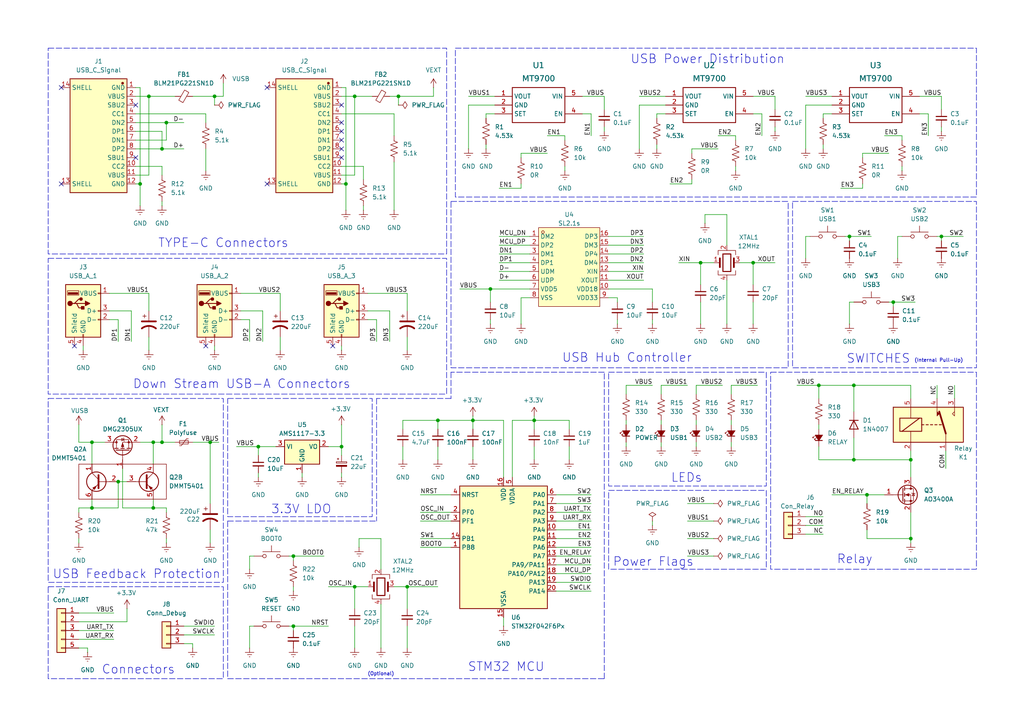
<source format=kicad_sch>
(kicad_sch (version 20231120) (generator "eeschema") (generator_version "8.0")
  (paper "A4")
  (title_block (title "Per-Port Power Control USB Hub") (date "2024-05-14") (rev "v1.0") (company "OtterMeow"))
  (junction (at 259.08 87.63))
  (junction (at 102.87 27.94))
  (junction (at 218.44 76.2))
  (junction (at 85.09 181.61))
  (junction (at 46.99 128.27))
  (junction (at 99.06 129.54))
  (junction (at 247.65 133.35))
  (junction (at 62.23 27.94))
  (junction (at 203.2 76.2))
  (junction (at 118.11 170.18))
  (junction (at 264.16 133.35))
  (junction (at 115.57 27.94))
  (junction (at 137.16 121.92))
  (junction (at 26.67 147.32))
  (junction (at 142.24 83.82))
  (junction (at 48.26 35.56))
  (junction (at 85.09 161.29))
  (junction (at 237.49 111.76))
  (junction (at 44.45 147.32))
  (junction (at 273.05 68.58))
  (junction (at 154.94 121.92))
  (junction (at 26.67 128.27))
  (junction (at 44.45 128.27))
  (junction (at 247.65 111.76))
  (junction (at 43.18 27.94))
  (junction (at 34.29 139.7))
  (junction (at 264.16 156.21))
  (junction (at 46.99 43.18))
  (junction (at 74.93 129.54))
  (junction (at 100.33 53.34))
  (junction (at 246.38 68.58))
  (junction (at 127 121.92))
  (junction (at 40.64 53.34))
  (junction (at 251.46 143.51))
  (junction (at 102.87 170.18))
  (junction (at 60.96 128.27))
  (no_connect (at 39.37 30.48))
  (no_connect (at 96.52 100.33))
  (no_connect (at 77.47 25.4))
  (no_connect (at 59.69 100.33))
  (no_connect (at 17.78 25.4))
  (no_connect (at 99.06 43.18))
  (no_connect (at 99.06 40.64))
  (no_connect (at 77.47 53.34))
  (no_connect (at 99.06 45.72))
  (no_connect (at 39.37 45.72))
  (no_connect (at 21.59 100.33))
  (no_connect (at 17.78 53.34))
  (no_connect (at 99.06 38.1))
  (no_connect (at 99.06 30.48))
  (no_connect (at 99.06 35.56))
  (wire (pts (xy 247.65 133.35) (xy 264.16 133.35)))
  (wire (pts (xy 144.78 78.74) (xy 153.67 78.74)))
  (wire (pts (xy 100.33 53.34) (xy 100.33 60.96)))
  (wire (pts (xy 273.05 36.83) (xy 273.05 38.1)))
  (wire (pts (xy 104.14 158.75) (xy 104.14 156.21)))
  (wire (pts (xy 218.44 33.02) (xy 220.98 33.02)))
  (wire (pts (xy 191.77 114.3) (xy 191.77 111.76)))
  (wire (pts (xy 143.51 30.48) (xy 135.89 30.48)))
  (wire (pts (xy 237.49 133.35) (xy 247.65 133.35)))
  (wire (pts (xy 261.62 39.37) (xy 261.62 40.64)))
  (wire (pts (xy 161.29 168.91) (xy 171.45 168.91)))
  (wire (pts (xy 251.46 156.21) (xy 264.16 156.21)))
  (wire (pts (xy 36.83 176.53) (xy 36.83 180.34)))
  (wire (pts (xy 220.98 33.02) (xy 220.98 39.37)))
  (wire (pts (xy 161.29 143.51) (xy 171.45 143.51)))
  (wire (pts (xy 203.2 87.63) (xy 203.2 93.98)))
  (wire (pts (xy 59.69 43.18) (xy 59.69 49.53)))
  (wire (pts (xy 181.61 114.3) (xy 181.61 111.76)))
  (wire (pts (xy 264.16 130.81) (xy 264.16 133.35)))
  (wire (pts (xy 264.16 156.21) (xy 264.16 157.48)))
  (wire (pts (xy 218.44 87.63) (xy 218.44 93.98)))
  (wire (pts (xy 200.66 53.34) (xy 200.66 52.07)))
  (wire (pts (xy 48.26 156.21) (xy 48.26 157.48)))
  (wire (pts (xy 212.09 128.27) (xy 212.09 129.54)))
  (wire (pts (xy 168.91 27.94) (xy 175.26 27.94)))
  (wire (pts (xy 247.65 87.63) (xy 246.38 87.63)))
  (wire (pts (xy 95.25 129.54) (xy 99.06 129.54)))
  (wire (pts (xy 161.29 156.21) (xy 171.45 156.21)))
  (polyline (pts (xy 109.22 115.57) (xy 109.22 151.13)) (stroke (width 0) (type dash)))
  (wire (pts (xy 146.05 179.07) (xy 146.05 181.61)))
  (wire (pts (xy 176.53 78.74) (xy 186.69 78.74)))
  (wire (pts (xy 218.44 76.2) (xy 218.44 82.55)))
  (wire (pts (xy 260.35 68.58) (xy 260.35 74.93)))
  (wire (pts (xy 135.89 30.48) (xy 135.89 43.18)))
  (wire (pts (xy 241.3 143.51) (xy 251.46 143.51)))
  (wire (pts (xy 40.64 128.27) (xy 44.45 128.27)))
  (wire (pts (xy 39.37 53.34) (xy 40.64 53.34)))
  (wire (pts (xy 151.13 54.61) (xy 151.13 53.34)))
  (wire (pts (xy 246.38 87.63) (xy 246.38 93.98)))
  (wire (pts (xy 83.82 181.61) (xy 85.09 181.61)))
  (wire (pts (xy 59.69 33.02) (xy 59.69 35.56)))
  (wire (pts (xy 26.67 128.27) (xy 26.67 134.62)))
  (wire (pts (xy 251.46 153.67) (xy 251.46 156.21)))
  (wire (pts (xy 250.19 44.45) (xy 257.81 44.45)))
  (wire (pts (xy 99.06 50.8) (xy 102.87 50.8)))
  (wire (pts (xy 22.86 156.21) (xy 22.86 157.48)))
  (wire (pts (xy 44.45 144.78) (xy 44.45 147.32)))
  (wire (pts (xy 238.76 152.4) (xy 233.68 152.4)))
  (wire (pts (xy 247.65 111.76) (xy 247.65 119.38)))
  (wire (pts (xy 191.77 111.76) (xy 199.39 111.76)))
  (wire (pts (xy 213.36 48.26) (xy 213.36 49.53)))
  (wire (pts (xy 85.09 162.56) (xy 85.09 161.29)))
  (wire (pts (xy 85.09 170.18) (xy 85.09 171.45)))
  (wire (pts (xy 72.39 161.29) (xy 72.39 165.1)))
  (wire (pts (xy 154.94 121.92) (xy 154.94 124.46)))
  (wire (pts (xy 35.56 147.32) (xy 44.45 147.32)))
  (wire (pts (xy 190.5 33.02) (xy 190.5 34.29)))
  (wire (pts (xy 43.18 85.09) (xy 43.18 90.17)))
  (wire (pts (xy 113.03 90.17) (xy 113.03 99.06)))
  (wire (pts (xy 48.26 147.32) (xy 48.26 148.59)))
  (wire (pts (xy 73.66 161.29) (xy 72.39 161.29)))
  (wire (pts (xy 53.34 186.69) (xy 55.88 186.69)))
  (wire (pts (xy 140.97 33.02) (xy 140.97 34.29)))
  (wire (pts (xy 191.77 121.92) (xy 191.77 123.19)))
  (wire (pts (xy 161.29 166.37) (xy 171.45 166.37)))
  (wire (pts (xy 22.86 180.34) (xy 36.83 180.34)))
  (wire (pts (xy 43.18 27.94) (xy 50.8 27.94)))
  (wire (pts (xy 116.84 129.54) (xy 116.84 133.35)))
  (wire (pts (xy 261.62 68.58) (xy 260.35 68.58)))
  (wire (pts (xy 144.78 81.28) (xy 153.67 81.28)))
  (wire (pts (xy 121.92 158.75) (xy 130.81 158.75)))
  (wire (pts (xy 127 124.46) (xy 127 121.92)))
  (wire (pts (xy 114.3 46.99) (xy 114.3 60.96)))
  (wire (pts (xy 85.09 161.29) (xy 83.82 161.29)))
  (polyline (pts (xy 130.81 115.57) (xy 109.22 115.57)) (stroke (width 0) (type dash)))
  (wire (pts (xy 199.39 156.21) (xy 207.01 156.21)))
  (wire (pts (xy 35.56 135.89) (xy 35.56 147.32)))
  (wire (pts (xy 69.85 92.71) (xy 72.39 92.71)))
  (wire (pts (xy 246.38 68.58) (xy 252.73 68.58)))
  (wire (pts (xy 110.49 156.21) (xy 110.49 165.1)))
  (wire (pts (xy 224.79 36.83) (xy 224.79 38.1)))
  (wire (pts (xy 250.19 54.61) (xy 250.19 53.34)))
  (wire (pts (xy 62.23 100.33) (xy 62.23 101.6)))
  (wire (pts (xy 99.06 27.94) (xy 102.87 27.94)))
  (wire (pts (xy 213.36 39.37) (xy 213.36 40.64)))
  (wire (pts (xy 106.68 85.09) (xy 118.11 85.09)))
  (wire (pts (xy 176.53 71.12) (xy 186.69 71.12)))
  (wire (pts (xy 271.78 111.76) (xy 271.78 115.57)))
  (wire (pts (xy 237.49 123.19) (xy 237.49 124.46)))
  (wire (pts (xy 72.39 92.71) (xy 72.39 99.06)))
  (wire (pts (xy 44.45 147.32) (xy 48.26 147.32)))
  (wire (pts (xy 22.86 128.27) (xy 26.67 128.27)))
  (polyline (pts (xy 66.04 196.85) (xy 175.26 196.85)) (stroke (width 0) (type dash)))
  (wire (pts (xy 118.11 170.18) (xy 127 170.18)))
  (wire (pts (xy 189.23 92.71) (xy 189.23 93.98)))
  (wire (pts (xy 161.29 148.59) (xy 171.45 148.59)))
  (wire (pts (xy 266.7 33.02) (xy 269.24 33.02)))
  (wire (pts (xy 204.47 64.77) (xy 204.47 62.23)))
  (wire (pts (xy 271.78 68.58) (xy 273.05 68.58)))
  (wire (pts (xy 185.42 30.48) (xy 185.42 43.18)))
  (wire (pts (xy 137.16 121.92) (xy 146.05 121.92)))
  (wire (pts (xy 39.37 50.8) (xy 43.18 50.8)))
  (wire (pts (xy 176.53 73.66) (xy 186.69 73.66)))
  (wire (pts (xy 199.39 146.05) (xy 207.01 146.05)))
  (wire (pts (xy 165.1 129.54) (xy 165.1 133.35)))
  (wire (pts (xy 85.09 181.61) (xy 85.09 182.88)))
  (wire (pts (xy 151.13 86.36) (xy 151.13 93.98)))
  (wire (pts (xy 95.25 170.18) (xy 102.87 170.18)))
  (wire (pts (xy 102.87 50.8) (xy 102.87 27.94)))
  (wire (pts (xy 60.96 128.27) (xy 60.96 146.05)))
  (wire (pts (xy 237.49 111.76) (xy 247.65 111.76)))
  (wire (pts (xy 241.3 27.94) (xy 233.68 27.94)))
  (wire (pts (xy 247.65 111.76) (xy 264.16 111.76)))
  (wire (pts (xy 127 121.92) (xy 116.84 121.92)))
  (wire (pts (xy 34.29 92.71) (xy 34.29 99.06)))
  (wire (pts (xy 144.78 76.2) (xy 153.67 76.2)))
  (wire (pts (xy 181.61 128.27) (xy 181.61 129.54)))
  (wire (pts (xy 99.06 33.02) (xy 114.3 33.02)))
  (wire (pts (xy 55.88 27.94) (xy 62.23 27.94)))
  (wire (pts (xy 161.29 161.29) (xy 171.45 161.29)))
  (wire (pts (xy 140.97 41.91) (xy 140.97 43.18)))
  (wire (pts (xy 176.53 83.82) (xy 189.23 83.82)))
  (wire (pts (xy 81.28 97.79) (xy 81.28 101.6)))
  (wire (pts (xy 102.87 181.61) (xy 102.87 187.96)))
  (wire (pts (xy 250.19 44.45) (xy 250.19 45.72)))
  (wire (pts (xy 93.98 161.29) (xy 85.09 161.29)))
  (wire (pts (xy 22.86 182.88) (xy 33.02 182.88)))
  (wire (pts (xy 165.1 121.92) (xy 165.1 124.46)))
  (wire (pts (xy 161.29 153.67) (xy 171.45 153.67)))
  (wire (pts (xy 109.22 92.71) (xy 109.22 99.06)))
  (wire (pts (xy 212.09 111.76) (xy 219.71 111.76)))
  (wire (pts (xy 46.99 43.18) (xy 53.34 43.18)))
  (wire (pts (xy 146.05 121.92) (xy 146.05 138.43)))
  (wire (pts (xy 204.47 62.23) (xy 210.82 62.23)))
  (wire (pts (xy 39.37 25.4) (xy 40.64 25.4)))
  (wire (pts (xy 161.29 163.83) (xy 171.45 163.83)))
  (polyline (pts (xy 130.81 107.95) (xy 130.81 115.57)) (stroke (width 0) (type dash)))
  (wire (pts (xy 102.87 170.18) (xy 102.87 176.53)))
  (wire (pts (xy 154.94 120.65) (xy 154.94 121.92)))
  (wire (pts (xy 53.34 184.15) (xy 62.23 184.15)))
  (wire (pts (xy 176.53 68.58) (xy 186.69 68.58)))
  (wire (pts (xy 73.66 181.61) (xy 72.39 181.61)))
  (wire (pts (xy 266.7 27.94) (xy 273.05 27.94)))
  (wire (pts (xy 26.67 147.32) (xy 22.86 147.32)))
  (wire (pts (xy 43.18 97.79) (xy 43.18 101.6)))
  (wire (pts (xy 121.92 151.13) (xy 130.81 151.13)))
  (wire (pts (xy 121.92 156.21) (xy 130.81 156.21)))
  (wire (pts (xy 110.49 175.26) (xy 110.49 187.96)))
  (wire (pts (xy 158.75 39.37) (xy 163.83 39.37)))
  (wire (pts (xy 38.1 90.17) (xy 38.1 99.06)))
  (wire (pts (xy 118.11 181.61) (xy 118.11 187.96)))
  (wire (pts (xy 100.33 25.4) (xy 100.33 53.34)))
  (wire (pts (xy 210.82 62.23) (xy 210.82 71.12)))
  (wire (pts (xy 64.77 27.94) (xy 64.77 24.13)))
  (wire (pts (xy 144.78 54.61) (xy 151.13 54.61)))
  (wire (pts (xy 46.99 48.26) (xy 46.99 50.8)))
  (wire (pts (xy 62.23 27.94) (xy 64.77 27.94)))
  (wire (pts (xy 193.04 33.02) (xy 190.5 33.02)))
  (wire (pts (xy 144.78 71.12) (xy 153.67 71.12)))
  (wire (pts (xy 168.91 33.02) (xy 171.45 33.02)))
  (wire (pts (xy 259.08 87.63) (xy 259.08 88.9)))
  (wire (pts (xy 60.96 128.27) (xy 63.5 128.27)))
  (wire (pts (xy 121.92 148.59) (xy 130.81 148.59)))
  (wire (pts (xy 276.86 111.76) (xy 276.86 115.57)))
  (wire (pts (xy 87.63 137.16) (xy 87.63 138.43)))
  (wire (pts (xy 264.16 115.57) (xy 264.16 111.76)))
  (wire (pts (xy 212.09 114.3) (xy 212.09 111.76)))
  (wire (pts (xy 154.94 121.92) (xy 148.59 121.92)))
  (wire (pts (xy 179.07 92.71) (xy 179.07 93.98)))
  (wire (pts (xy 46.99 123.19) (xy 46.99 128.27)))
  (wire (pts (xy 176.53 86.36) (xy 179.07 86.36)))
  (wire (pts (xy 231.14 111.76) (xy 237.49 111.76)))
  (wire (pts (xy 81.28 85.09) (xy 81.28 90.17)))
  (wire (pts (xy 151.13 44.45) (xy 158.75 44.45)))
  (wire (pts (xy 241.3 30.48) (xy 233.68 30.48)))
  (wire (pts (xy 69.85 85.09) (xy 81.28 85.09)))
  (wire (pts (xy 142.24 92.71) (xy 142.24 93.98)))
  (polyline (pts (xy 175.26 196.85) (xy 175.26 107.95)) (stroke (width 0) (type dash)))
  (wire (pts (xy 115.57 27.94) (xy 125.73 27.94)))
  (wire (pts (xy 191.77 128.27) (xy 191.77 129.54)))
  (wire (pts (xy 99.06 48.26) (xy 105.41 48.26)))
  (wire (pts (xy 273.05 68.58) (xy 273.05 69.85)))
  (wire (pts (xy 22.86 185.42) (xy 33.02 185.42)))
  (wire (pts (xy 201.93 111.76) (xy 209.55 111.76)))
  (wire (pts (xy 154.94 121.92) (xy 165.1 121.92)))
  (wire (pts (xy 175.26 36.83) (xy 175.26 38.1)))
  (wire (pts (xy 201.93 128.27) (xy 201.93 129.54)))
  (wire (pts (xy 125.73 25.4) (xy 125.73 27.94)))
  (wire (pts (xy 203.2 76.2) (xy 207.01 76.2)))
  (wire (pts (xy 154.94 129.54) (xy 154.94 133.35)))
  (wire (pts (xy 269.24 33.02) (xy 269.24 39.37)))
  (wire (pts (xy 194.31 53.34) (xy 200.66 53.34)))
  (wire (pts (xy 39.37 33.02) (xy 59.69 33.02)))
  (wire (pts (xy 74.93 129.54) (xy 74.93 132.08)))
  (wire (pts (xy 238.76 41.91) (xy 238.76 43.18)))
  (wire (pts (xy 137.16 121.92) (xy 137.16 124.46)))
  (wire (pts (xy 176.53 81.28) (xy 186.69 81.28)))
  (wire (pts (xy 127 129.54) (xy 127 133.35)))
  (wire (pts (xy 190.5 41.91) (xy 190.5 43.18)))
  (wire (pts (xy 144.78 73.66) (xy 153.67 73.66)))
  (wire (pts (xy 161.29 171.45) (xy 171.45 171.45)))
  (wire (pts (xy 181.61 121.92) (xy 181.61 123.19)))
  (wire (pts (xy 274.32 130.81) (xy 274.32 135.89)))
  (wire (pts (xy 210.82 81.28) (xy 210.82 93.98)))
  (wire (pts (xy 69.85 90.17) (xy 76.2 90.17)))
  (wire (pts (xy 273.05 31.75) (xy 273.05 27.94)))
  (wire (pts (xy 245.11 68.58) (xy 246.38 68.58)))
  (wire (pts (xy 199.39 151.13) (xy 207.01 151.13)))
  (wire (pts (xy 142.24 83.82) (xy 142.24 87.63)))
  (wire (pts (xy 22.86 147.32) (xy 22.86 148.59)))
  (wire (pts (xy 39.37 38.1) (xy 46.99 38.1)))
  (wire (pts (xy 55.88 186.69) (xy 55.88 187.96)))
  (wire (pts (xy 46.99 128.27) (xy 50.8 128.27)))
  (wire (pts (xy 39.37 48.26) (xy 46.99 48.26)))
  (wire (pts (xy 143.51 33.02) (xy 140.97 33.02)))
  (wire (pts (xy 264.16 148.59) (xy 264.16 156.21)))
  (wire (pts (xy 62.23 27.94) (xy 62.23 30.48)))
  (wire (pts (xy 118.11 170.18) (xy 118.11 176.53)))
  (wire (pts (xy 76.2 90.17) (xy 76.2 99.06)))
  (wire (pts (xy 161.29 151.13) (xy 171.45 151.13)))
  (wire (pts (xy 31.75 85.09) (xy 43.18 85.09)))
  (wire (pts (xy 118.11 85.09) (xy 118.11 90.17)))
  (wire (pts (xy 55.88 128.27) (xy 60.96 128.27)))
  (wire (pts (xy 179.07 86.36) (xy 179.07 87.63)))
  (wire (pts (xy 34.29 139.7) (xy 34.29 147.32)))
  (wire (pts (xy 99.06 137.16) (xy 99.06 138.43)))
  (wire (pts (xy 193.04 27.94) (xy 185.42 27.94)))
  (wire (pts (xy 99.06 100.33) (xy 99.06 101.6)))
  (wire (pts (xy 99.06 129.54) (xy 99.06 132.08)))
  (wire (pts (xy 193.04 30.48) (xy 185.42 30.48)))
  (wire (pts (xy 43.18 50.8) (xy 43.18 27.94)))
  (wire (pts (xy 46.99 128.27) (xy 44.45 128.27)))
  (wire (pts (xy 102.87 170.18) (xy 106.68 170.18)))
  (wire (pts (xy 214.63 76.2) (xy 218.44 76.2)))
  (wire (pts (xy 104.14 156.21) (xy 110.49 156.21)))
  (wire (pts (xy 34.29 147.32) (xy 26.67 147.32)))
  (wire (pts (xy 105.41 48.26) (xy 105.41 52.07)))
  (wire (pts (xy 148.59 121.92) (xy 148.59 138.43)))
  (polyline (pts (xy 66.04 151.13) (xy 66.04 196.85)) (stroke (width 0) (type dash)))
  (wire (pts (xy 256.54 39.37) (xy 261.62 39.37)))
  (wire (pts (xy 74.93 137.16) (xy 74.93 138.43)))
  (wire (pts (xy 189.23 83.82) (xy 189.23 87.63)))
  (wire (pts (xy 175.26 31.75) (xy 175.26 27.94)))
  (wire (pts (xy 99.06 123.19) (xy 99.06 129.54)))
  (wire (pts (xy 85.09 181.61) (xy 95.25 181.61)))
  (wire (pts (xy 257.81 87.63) (xy 259.08 87.63)))
  (wire (pts (xy 261.62 48.26) (xy 261.62 49.53)))
  (wire (pts (xy 153.67 83.82) (xy 142.24 83.82)))
  (wire (pts (xy 116.84 121.92) (xy 116.84 124.46)))
  (wire (pts (xy 144.78 68.58) (xy 153.67 68.58)))
  (wire (pts (xy 243.84 54.61) (xy 250.19 54.61)))
  (wire (pts (xy 22.86 123.19) (xy 22.86 128.27)))
  (wire (pts (xy 212.09 121.92) (xy 212.09 123.19)))
  (wire (pts (xy 196.85 76.2) (xy 203.2 76.2)))
  (wire (pts (xy 40.64 25.4) (xy 40.64 53.34)))
  (wire (pts (xy 68.58 129.54) (xy 74.93 129.54)))
  (wire (pts (xy 201.93 114.3) (xy 201.93 111.76)))
  (wire (pts (xy 106.68 90.17) (xy 113.03 90.17)))
  (wire (pts (xy 40.64 53.34) (xy 40.64 59.69)))
  (wire (pts (xy 53.34 181.61) (xy 62.23 181.61)))
  (wire (pts (xy 26.67 144.78) (xy 26.67 147.32)))
  (wire (pts (xy 137.16 129.54) (xy 137.16 133.35)))
  (wire (pts (xy 200.66 43.18) (xy 200.66 44.45)))
  (wire (pts (xy 233.68 30.48) (xy 233.68 43.18)))
  (wire (pts (xy 218.44 27.94) (xy 224.79 27.94)))
  (wire (pts (xy 151.13 44.45) (xy 151.13 45.72)))
  (wire (pts (xy 237.49 115.57) (xy 237.49 111.76)))
  (wire (pts (xy 114.3 33.02) (xy 114.3 39.37)))
  (wire (pts (xy 218.44 76.2) (xy 224.79 76.2)))
  (wire (pts (xy 39.37 35.56) (xy 48.26 35.56)))
  (wire (pts (xy 161.29 158.75) (xy 171.45 158.75)))
  (wire (pts (xy 238.76 149.86) (xy 233.68 149.86)))
  (wire (pts (xy 241.3 33.02) (xy 238.76 33.02)))
  (wire (pts (xy 233.68 68.58) (xy 233.68 74.93)))
  (wire (pts (xy 22.86 177.8) (xy 33.02 177.8)))
  (wire (pts (xy 48.26 40.64) (xy 48.26 35.56)))
  (wire (pts (xy 34.29 139.7) (xy 36.83 139.7)))
  (wire (pts (xy 161.29 146.05) (xy 171.45 146.05)))
  (wire (pts (xy 203.2 76.2) (xy 203.2 82.55)))
  (wire (pts (xy 127 121.92) (xy 137.16 121.92)))
  (wire (pts (xy 153.67 86.36) (xy 151.13 86.36)))
  (wire (pts (xy 25.4 187.96) (xy 25.4 189.23)))
  (wire (pts (xy 24.13 100.33) (xy 24.13 101.6)))
  (wire (pts (xy 133.35 83.82) (xy 142.24 83.82)))
  (wire (pts (xy 208.28 39.37) (xy 213.36 39.37)))
  (wire (pts (xy 60.96 153.67) (xy 60.96 157.48)))
  (wire (pts (xy 201.93 121.92) (xy 201.93 123.19)))
  (wire (pts (xy 115.57 27.94) (xy 115.57 30.48)))
  (wire (pts (xy 31.75 92.71) (xy 34.29 92.71)))
  (wire (pts (xy 273.05 68.58) (xy 279.4 68.58)))
  (wire (pts (xy 238.76 154.94) (xy 233.68 154.94)))
  (wire (pts (xy 39.37 40.64) (xy 48.26 40.64)))
  (wire (pts (xy 39.37 27.94) (xy 43.18 27.94)))
  (wire (pts (xy 251.46 146.05) (xy 251.46 143.51)))
  (wire (pts (xy 171.45 33.02) (xy 171.45 39.37)))
  (wire (pts (xy 113.03 27.94) (xy 115.57 27.94)))
  (wire (pts (xy 264.16 133.35) (xy 264.16 138.43)))
  (wire (pts (xy 176.53 76.2) (xy 186.69 76.2)))
  (wire (pts (xy 246.38 68.58) (xy 246.38 69.85)))
  (wire (pts (xy 251.46 143.51) (xy 256.54 143.51)))
  (wire (pts (xy 106.68 92.71) (xy 109.22 92.71)))
  (wire (pts (xy 102.87 27.94) (xy 107.95 27.94)))
  (wire (pts (xy 199.39 161.29) (xy 207.01 161.29)))
  (wire (pts (xy 237.49 129.54) (xy 237.49 133.35)))
  (wire (pts (xy 259.08 87.63) (xy 265.43 87.63)))
  (wire (pts (xy 39.37 43.18) (xy 46.99 43.18)))
  (wire (pts (xy 72.39 181.61) (xy 72.39 187.96)))
  (polyline (pts (xy 66.04 151.13) (xy 109.22 151.13)) (stroke (width 0) (type dash)))
  (wire (pts (xy 26.67 128.27) (xy 30.48 128.27)))
  (wire (pts (xy 200.66 43.18) (xy 208.28 43.18)))
  (wire (pts (xy 105.41 59.69) (xy 105.41 60.96)))
  (wire (pts (xy 80.01 129.54) (xy 74.93 129.54)))
  (wire (pts (xy 46.99 38.1) (xy 46.99 43.18)))
  (wire (pts (xy 22.86 187.96) (xy 25.4 187.96)))
  (wire (pts (xy 31.75 90.17) (xy 38.1 90.17)))
  (wire (pts (xy 48.26 35.56) (xy 53.34 35.56)))
  (polyline (pts (xy 175.26 107.95) (xy 130.81 107.95)) (stroke (width 0) (type dash)))
  (wire (pts (xy 118.11 97.79) (xy 118.11 101.6)))
  (wire (pts (xy 99.06 25.4) (xy 100.33 25.4)))
  (wire (pts (xy 163.83 39.37) (xy 163.83 40.64)))
  (wire (pts (xy 234.95 68.58) (xy 233.68 68.58)))
  (wire (pts (xy 189.23 151.13) (xy 189.23 152.4)))
  (wire (pts (xy 181.61 111.76) (xy 189.23 111.76)))
  (wire (pts (xy 114.3 170.18) (xy 118.11 170.18)))
  (wire (pts (xy 99.06 53.34) (xy 100.33 53.34)))
  (wire (pts (xy 238.76 33.02) (xy 238.76 34.29)))
  (wire (pts (xy 44.45 128.27) (xy 44.45 134.62)))
  (wire (pts (xy 46.99 58.42) (xy 46.99 59.69)))
  (wire (pts (xy 121.92 143.51) (xy 130.81 143.51)))
  (wire (pts (xy 247.65 127) (xy 247.65 133.35)))
  (wire (pts (xy 224.79 31.75) (xy 224.79 27.94)))
  (wire (pts (xy 137.16 120.65) (xy 137.16 121.92)))
  (wire (pts (xy 143.51 27.94) (xy 135.89 27.94)))
  (wire (pts (xy 163.83 48.26) (xy 163.83 49.53)))
  (rectangle (start 13.97 13.97) (end 129.54 73.66) (stroke (width 0.1524) (type dash)))
  (rectangle (start 22.86 134.62) (end 48.26 144.78) (stroke (width 0) (color 132 0 0 1)))
  (rectangle (start 66.04 115.57) (end 107.95 149.86) (stroke (width 0.1524) (type dash)))
  (rectangle (start 13.97 115.57) (end 64.77 168.91) (stroke (width 0.1524) (type dash)))
  (rectangle (start 176.53 107.95) (end 222.25 140.97) (stroke (width 0.1524) (type dash)))
  (rectangle (start 132.08 13.97) (end 283.21 57.15) (stroke (width 0.1524) (type dash)))
  (rectangle (start 223.52 107.95) (end 283.21 165.1) (stroke (width 0.1524) (type dash)))
  (rectangle (start 13.97 74.93) (end 129.54 114.3) (stroke (width 0.1524) (type dash)))
  (rectangle (start 130.81 58.42) (end 228.6 106.68) (stroke (width 0.1524) (type dash)))
  (rectangle (start 229.87 58.42) (end 283.21 106.68) (stroke (width 0.1524) (type dash)))
  (rectangle (start 176.53 142.24) (end 222.25 165.1) (stroke (width 0.1524) (type dash)))
  (rectangle (start 13.97 170.18) (end 64.77 196.85) (stroke (width 0.1524) (type dash)))
  (text "3.3V LDO" (at 87.376 147.828 0) (effects (font (size 2.54 2.54))))
  (text "Relay" (at 247.904 162.306 0) (effects (font (size 2.54 2.54))))
  (text "Connectors" (at 40.132 194.31 0) (effects (font (size 2.54 2.54))))
  (text "(Internal Pull-Up)" (at 272.288 104.648 0) (effects (font (size 1 1))))
  (text "Power Flags" (at 189.484 163.068 0) (effects (font (size 2.54 2.54))))
  (text "(Optional)" (at 110.49 195.58 0) (effects (font (size 1 1))))
  (text "LEDs" (at 199.136 138.684 0) (effects (font (size 2.54 2.54))))
  (text "TYPE-C Connectors" (at 64.77 70.612 0) (effects (font (size 2.54 2.54))))
  (text "STM32 MCU" (at 146.812 193.548 0) (effects (font (size 2.54 2.54))))
  (text "USB Hub Controller" (at 181.864 103.886 0) (effects (font (size 2.54 2.54))))
  (text "Down Stream USB-A Connectors" (at 70.104 111.506 0) (effects (font (size 2.54 2.54))))
  (text "USB Power Distribution" (at 205.232 17.272 0) (effects (font (size 2.54 2.54))))
  (text "SWITCHES\n" (at 254.762 104.14 0) (effects (font (size 2.54 2.54))))
  (text "USB Feedback Protection" (at 39.624 166.624 0) (effects (font (size 2.54 2.54))))
  (label "VBUS1" (at 199.39 111.76 180))
  (label "VBUS" (at 158.75 44.45 180))
  (label "SW2" (at 171.45 143.51 180))
  (label "NO" (at 276.86 111.76 270))
  (label "VBUS2" (at 199.39 156.21 0))
  (label "COM" (at 274.32 135.89 90))
  (label "VBUS" (at 257.81 44.45 180))
  (label "VBUS2" (at 81.28 85.09 180))
  (label "EN1" (at 171.45 153.67 180))
  (label "EN1" (at 158.75 39.37 0))
  (label "BOOT0" (at 93.98 161.29 180))
  (label "VBUS3" (at 199.39 161.29 0))
  (label "VBUS" (at 63.5 128.27 180))
  (label "EN2" (at 171.45 156.21 180))
  (label "DP3" (at 109.22 99.06 90))
  (label "SW3" (at 265.43 87.63 180))
  (label "EN2" (at 208.28 39.37 0))
  (label "DP2" (at 186.69 73.66 180))
  (label "VBUS2" (at 185.42 27.94 0))
  (label "DN2" (at 76.2 99.06 90))
  (label "D+" (at 144.78 81.28 0))
  (label "VBUS" (at 189.23 111.76 180))
  (label "XOUT" (at 224.79 76.2 180))
  (label "D+" (at 53.34 43.18 180))
  (label "SW3" (at 171.45 146.05 180))
  (label "DN1" (at 144.78 73.66 0))
  (label "NC" (at 271.78 111.76 270))
  (label "EN_RELAY" (at 241.3 143.51 0))
  (label "EN3" (at 269.24 39.37 90))
  (label "VBUS3" (at 233.68 27.94 0))
  (label "MCU_DN" (at 144.78 68.58 0))
  (label "EN2" (at 194.31 53.34 0))
  (label "VBUS" (at 273.05 27.94 180))
  (label "DN2" (at 186.69 76.2 180))
  (label "EN2" (at 220.98 39.37 90))
  (label "D-" (at 53.34 35.56 180))
  (label "VBUS2" (at 209.55 111.76 180))
  (label "EN3" (at 243.84 54.61 0))
  (label "VBUS" (at 199.39 146.05 0))
  (label "VBUS" (at 208.28 43.18 180))
  (label "VBUS1" (at 199.39 151.13 0))
  (label "EN3" (at 171.45 158.75 180))
  (label "EN3" (at 256.54 39.37 0))
  (label "XIN" (at 196.85 76.2 0))
  (label "OSC_OUT" (at 121.92 151.13 0))
  (label "NRST" (at 121.92 143.51 0))
  (label "SW1" (at 121.92 156.21 0))
  (label "VBUS" (at 33.02 177.8 180))
  (label "XIN" (at 186.69 78.74 180))
  (label "VBUS3" (at 118.11 85.09 180))
  (label "D-" (at 144.78 78.74 0))
  (label "NRST" (at 95.25 181.61 180))
  (label "BOOT0" (at 121.92 158.75 0))
  (label "MCU_DP" (at 171.45 166.37 180))
  (label "DP3" (at 186.69 68.58 180))
  (label "VBUS1" (at 43.18 85.09 180))
  (label "VBUS1" (at 135.89 27.94 0))
  (label "DP2" (at 72.39 99.06 90))
  (label "OSC_IN" (at 121.92 148.59 0))
  (label "UART_TX" (at 171.45 148.59 180))
  (label "VBUS3" (at 219.71 111.76 180))
  (label "VBUS" (at 68.58 129.54 0))
  (label "COM" (at 238.76 152.4 180))
  (label "MCU_DN" (at 171.45 163.83 180))
  (label "DN3" (at 186.69 71.12 180))
  (label "DN3" (at 113.03 99.06 90))
  (label "SW1" (at 252.73 68.58 180))
  (label "XOUT" (at 186.69 81.28 180))
  (label "OSC_IN" (at 95.25 170.18 0))
  (label "UART_RX" (at 33.02 185.42 180))
  (label "NO" (at 238.76 149.86 180))
  (label "VBUS" (at 231.14 111.76 0))
  (label "OSC_OUT" (at 127 170.18 180))
  (label "NC" (at 238.76 154.94 180))
  (label "UART_TX" (at 33.02 182.88 180))
  (label "EN1" (at 144.78 54.61 0))
  (label "SWDIO" (at 62.23 181.61 180))
  (label "VBUS" (at 224.79 27.94 180))
  (label "VBUS" (at 133.35 83.82 0))
  (label "VBUS" (at 175.26 27.94 180))
  (label "UART_RX" (at 171.45 151.13 180))
  (label "DN1" (at 38.1 99.06 90))
  (label "SW2" (at 279.4 68.58 180))
  (label "MCU_DP" (at 144.78 71.12 0))
  (label "DP1" (at 144.78 76.2 0))
  (label "SWCLK" (at 62.23 184.15 180))
  (label "SWCLK" (at 171.45 171.45 180))
  (label "EN1" (at 171.45 39.37 90))
  (label "EN_RELAY" (at 171.45 161.29 180))
  (label "SWDIO" (at 171.45 168.91 180))
  (label "DP1" (at 34.29 99.06 90))
  (symbol (lib_id "power:GNDREF") (at 218.44 93.98 0) (unit 1)
    (property "Reference" "#PWR032" (effects (hide yes)))
    (property "Value" "GND" (at 218.44 99.06 0))
    (property "Description" "Power symbol creates a global label with name \"GNDREF\" , reference supply ground" (effects (hide yes)))
  )
  (symbol (lib_id "Device:LED_Small_Filled") (at 181.61 125.73 90) (unit 1)
    (property "Reference" "D2" (at 184.15 124.3964 90) (effects (justify right)))
    (property "Value" "POWER" (at 184.15 126.9364 90) (effects (justify right)))
    (property "Footprint" "LED_SMD:LED_0201_0603Metric" (effects (hide yes)))
    (property "Description" "Light emitting diode, small symbol, filled shape" (effects (hide yes)))
  )
  (symbol (lib_id "power:PWR_FLAG") (at 207.01 161.29 270) (unit 1)
    (property "Reference" "#FLG07" (effects (hide yes)))
    (property "Value" "PWR_FLAG" (at 210.82 161.2899 90) (effects (justify left)))
    (property "Description" "Special symbol for telling ERC where power comes from" (effects (hide yes)))
  )
  (symbol (lib_id "power:GNDREF") (at 116.84 133.35 0) (unit 1)
    (property "Reference" "#PWR050" (effects (hide yes)))
    (property "Value" "GND" (at 116.84 138.43 0))
    (property "Description" "Power symbol creates a global label with name \"GNDREF\" , reference supply ground" (effects (hide yes)))
  )
  (symbol (lib_id "Device:C_Small") (at 74.93 134.62 0) (unit 1)
    (property "Reference" "C20" (at 77.47 133.3562 0) (effects (justify left)))
    (property "Value" "10uF" (at 77.47 135.8962 0) (effects (justify left)))
    (property "Footprint" "Capacitor_SMD:C_0201_0603Metric" (effects (hide yes)))
    (property "Description" "Unpolarized capacitor, small symbol" (effects (hide yes)))
  )
  (symbol (lib_id "power:GNDREF") (at 40.64 59.69 0) (unit 1)
    (property "Reference" "#PWR016" (effects (hide yes)))
    (property "Value" "GND" (at 40.64 64.77 0))
    (property "Description" "Power symbol creates a global label with name \"GNDREF\" , reference supply ground" (effects (hide yes)))
  )
  (symbol (lib_id "power:GNDREF") (at 46.99 59.69 0) (unit 1)
    (property "Reference" "#PWR017" (effects (hide yes)))
    (property "Value" "GND" (at 46.99 64.77 0))
    (property "Description" "Power symbol creates a global label with name \"GNDREF\" , reference supply ground" (effects (hide yes)))
  )
  (symbol (lib_id "power:PWR_FLAG") (at 115.57 30.48 270) (unit 1)
    (property "Reference" "#FLG02" (effects (hide yes)))
    (property "Value" "PWR_FLAG" (at 119.38 30.4799 90) (effects (justify left)))
    (property "Description" "Special symbol for telling ERC where power comes from" (effects (hide yes)))
  )
  (symbol (lib_id "Switch:SW_Push") (at 78.74 181.61 0) (mirror y) (unit 1)
    (property "Reference" "SW5" (at 78.74 173.99 0))
    (property "Value" "RESET" (at 78.74 176.53 0))
    (property "Footprint" "PCBLIB_SW-SMD_L6.0-W3.3-LS8.0_2024-05-19:SW-SMD_L6.0-W3.3-LS8.0" (effects (hide yes)))
    (property "Description" "Push button switch, generic, two pins" (effects (hide yes)))
  )
  (symbol (lib_id "Device:R_US") (at 140.97 38.1 0) (unit 1)
    (property "Reference" "R1" (at 143.51 36.8299 0) (effects (justify left)))
    (property "Value" "4.53k" (at 143.51 39.3699 0) (effects (justify left)))
    (property "Footprint" "Resistor_SMD:R_0201_0603Metric" (effects (hide yes)))
    (property "Description" "Resistor, US symbol" (effects (hide yes)))
  )
  (symbol (lib_id "power:GNDREF") (at 259.08 93.98 0) (unit 1)
    (property "Reference" "#PWR034" (effects (hide yes)))
    (property "Value" "GND" (at 259.08 99.06 0))
    (property "Description" "Power symbol creates a global label with name \"GNDREF\" , reference supply ground" (effects (hide yes)))
  )
  (symbol (lib_id "Device:R_US") (at 200.66 48.26 0) (unit 1)
    (property "Reference" "R9" (at 203.2 46.9899 0) (effects (justify left)))
    (property "Value" "0R" (at 203.2 49.5299 0) (effects (justify left)))
    (property "Footprint" "Resistor_SMD:R_0201_0603Metric" (effects (hide yes)))
    (property "Description" "Resistor, US symbol" (effects (hide yes)))
  )
  (symbol (lib_id "power:GNDREF") (at 60.96 157.48 0) (unit 1)
    (property "Reference" "#PWR061" (effects (hide yes)))
    (property "Value" "GND" (at 60.96 162.56 0))
    (property "Description" "Power symbol creates a global label with name \"GNDREF\" , reference supply ground" (effects (hide yes)))
  )
  (symbol (lib_id "Transistor_BJT:DMMT5401") (at 29.21 139.7 0) (mirror y) (unit 1)
    (property "Reference" "Q2" (at 25.146 130.302 0) (effects (justify left)))
    (property "Value" "DMMT5401" (at 25.146 132.842 0) (effects (justify left)))
    (property "Footprint" "Package_TO_SOT_SMD:SOT-23-6" (effects (hide yes)))
    (property "Datasheet" "https://www.diodes.com/assets/Datasheets/ds30437.pdf" (effects (hide yes)))
    (property "Description" "Dual PNP transistor, 6 pin package" (effects (hide yes)))
  )
  (symbol (lib_id "power:PWR_FLAG") (at 207.01 151.13 270) (unit 1)
    (property "Reference" "#FLG05" (effects (hide yes)))
    (property "Value" "PWR_FLAG" (at 210.82 151.1299 90) (effects (justify left)))
    (property "Description" "Special symbol for telling ERC where power comes from" (effects (hide yes)))
  )
  (symbol (lib_id "power:GNDREF") (at 140.97 43.18 0) (unit 1)
    (property "Reference" "#PWR07" (effects (hide yes)))
    (property "Value" "GND" (at 140.97 48.26 0))
    (property "Description" "Power symbol creates a global label with name \"GNDREF\" , reference supply ground" (effects (hide yes)))
  )
  (symbol (lib_id "power:GNDREF") (at 246.38 74.93 0) (unit 1)
    (property "Reference" "#PWR023" (effects (hide yes)))
    (property "Value" "GND" (at 246.38 80.01 0))
    (property "Description" "Power symbol creates a global label with name \"GNDREF\" , reference supply ground" (effects (hide yes)))
  )
  (symbol (lib_id "power:GNDREF") (at 118.11 101.6 0) (unit 1)
    (property "Reference" "#PWR040" (effects (hide yes)))
    (property "Value" "GND" (at 118.11 106.68 0))
    (property "Description" "Power symbol creates a global label with name \"GNDREF\" , reference supply ground" (effects (hide yes)))
  )
  (symbol (lib_id "power:GNDREF") (at 233.68 74.93 0) (unit 1)
    (property "Reference" "#PWR022" (effects (hide yes)))
    (property "Value" "GND" (at 233.68 80.01 0))
    (property "Description" "Power symbol creates a global label with name \"GNDREF\" , reference supply ground" (effects (hide yes)))
  )
  (symbol (lib_id "power:GNDREF") (at 25.4 189.23 0) (unit 1)
    (property "Reference" "#PWR074" (effects (hide yes)))
    (property "Value" "GND" (at 25.4 194.31 0))
    (property "Description" "Power symbol creates a global label with name \"GNDREF\" , reference supply ground" (effects (hide yes)))
  )
  (symbol (lib_id "power:PWR_FLAG") (at 62.23 30.48 270) (unit 1)
    (property "Reference" "#FLG01" (effects (hide yes)))
    (property "Value" "PWR_FLAG" (at 66.04 30.4799 90) (effects (justify left)))
    (property "Description" "Special symbol for telling ERC where power comes from" (effects (hide yes)))
  )
  (symbol (lib_id "Device:FerriteBead_Small") (at 53.34 27.94 90) (unit 1)
    (property "Reference" "FB1" (at 53.3019 21.59 90))
    (property "Value" "BLM21PG221SN1D" (at 53.3019 24.13 90))
    (property "Footprint" "Fuse:Fuse_0805_2012Metric" (effects (hide yes)))
    (property "Description" "Ferrite bead, small symbol" (effects (hide yes)))
  )
  (symbol (lib_id "Transistor_FET:DMG2301L") (at 35.56 130.81 90) (unit 1)
    (property "Reference" "Q1" (at 35.56 121.92 90))
    (property "Value" "DMG2305UX" (at 35.56 124.46 90))
    (property "Footprint" "Package_TO_SOT_SMD:SOT-23" (effects (hide yes)))
    (property "Datasheet" "https://www.diodes.com/assets/Datasheets/DMG2301L.pdf" (effects (hide yes)))
    (property "Description" "-3A Id, -20V Vds, P-Channel MOSFET, SOT-23" (effects (hide yes)))
  )
  (symbol (lib_id "power:GNDREF") (at 190.5 43.18 0) (unit 1)
    (property "Reference" "#PWR09" (effects (hide yes)))
    (property "Value" "GND" (at 190.5 48.26 0))
    (property "Description" "Power symbol creates a global label with name \"GNDREF\" , reference supply ground" (effects (hide yes)))
  )
  (symbol (lib_id "Device:R_US") (at 105.41 55.88 0) (unit 1)
    (property "Reference" "R13" (at 107.95 54.6099 0) (effects (justify left)))
    (property "Value" "5.1k" (at 107.95 57.1499 0) (effects (justify left)))
    (property "Footprint" "Resistor_SMD:R_0201_0603Metric" (effects (hide yes)))
    (property "Description" "Resistor, US symbol" (effects (hide yes)))
  )
  (symbol (lib_id "power:GNDREF") (at 165.1 133.35 0) (unit 1)
    (property "Reference" "#PWR054" (effects (hide yes)))
    (property "Value" "GND" (at 165.1 138.43 0))
    (property "Description" "Power symbol creates a global label with name \"GNDREF\" , reference supply ground" (effects (hide yes)))
  )
  (symbol (lib_id "power:GNDREF") (at 175.26 38.1 0) (unit 1)
    (property "Reference" "#PWR03" (effects (hide yes)))
    (property "Value" "GND" (at 175.26 43.18 0))
    (property "Description" "Power symbol creates a global label with name \"GNDREF\" , reference supply ground" (effects (hide yes)))
  )
  (symbol (lib_id "power:GNDREF") (at 203.2 93.98 0) (unit 1)
    (property "Reference" "#PWR030" (effects (hide yes)))
    (property "Value" "GND" (at 203.2 99.06 0))
    (property "Description" "Power symbol creates a global label with name \"GNDREF\" , reference supply ground" (effects (hide yes)))
  )
  (symbol (lib_id "Device:C_Small") (at 259.08 91.44 0) (unit 1)
    (property "Reference" "C11" (at 261.62 90.1762 0) (effects (justify left)))
    (property "Value" "0.1uF" (at 261.62 92.7162 0) (effects (justify left)))
    (property "Footprint" "Capacitor_SMD:C_0201_0603Metric" (effects (hide yes)))
    (property "Description" "Unpolarized capacitor, small symbol" (effects (hide yes)))
  )
  (symbol (lib_id "Device:R_US") (at 238.76 38.1 0) (unit 1)
    (property "Reference" "R3" (at 241.3 36.8299 0) (effects (justify left)))
    (property "Value" "4.53k" (at 241.3 39.3699 0) (effects (justify left)))
    (property "Footprint" "Resistor_SMD:R_0201_0603Metric" (effects (hide yes)))
    (property "Description" "Resistor, US symbol" (effects (hide yes)))
  )
  (symbol (lib_id "Transistor_BJT:DMMT5401") (at 41.91 139.7 0) (unit 2)
    (property "Reference" "Q2" (at 49.022 138.43 0) (effects (justify left)))
    (property "Value" "DMMT5401" (at 49.022 140.97 0) (effects (justify left)))
    (property "Footprint" "Package_TO_SOT_SMD:SOT-23-6" (effects (hide yes)))
    (property "Datasheet" "https://www.diodes.com/assets/Datasheets/ds30437.pdf" (effects (hide yes)))
    (property "Description" "Dual PNP transistor, 6 pin package" (effects (hide yes)))
  )
  (symbol (lib_id "power:GNDREF") (at 189.23 93.98 0) (unit 1)
    (property "Reference" "#PWR029" (effects (hide yes)))
    (property "Value" "GND" (at 189.23 99.06 0))
    (property "Description" "Power symbol creates a global label with name \"GNDREF\" , reference supply ground" (effects (hide yes)))
  )
  (symbol (lib_id "Device:C_Small") (at 142.24 90.17 0) (unit 1)
    (property "Reference" "C8" (at 144.78 88.9062 0) (effects (justify left)))
    (property "Value" "10uF" (at 144.78 91.4462 0) (effects (justify left)))
    (property "Footprint" "Capacitor_SMD:C_0201_0603Metric" (effects (hide yes)))
    (property "Description" "Unpolarized capacitor, small symbol" (effects (hide yes)))
  )
  (symbol (lib_id "power:GNDREF") (at 273.05 38.1 0) (unit 1)
    (property "Reference" "#PWR05" (effects (hide yes)))
    (property "Value" "GND" (at 273.05 43.18 0))
    (property "Description" "Power symbol creates a global label with name \"GNDREF\" , reference supply ground" (effects (hide yes)))
  )
  (symbol (lib_id "Connector_Generic:Conn_01x05") (at 17.78 182.88 0) (mirror y) (unit 1)
    (property "Reference" "J7" (at 17.78 171.45 0))
    (property "Value" "Conn_UART" (at 20.574 173.99 0))
    (property "Footprint" "Connector_PinHeader_2.54mm:PinHeader_1x05_P2.54mm_Vertical" (effects (hide yes)))
    (property "Description" "Generic connector, single row, 01x05, script generated (kicad-library-utils/schlib/autogen/connector/)" (effects (hide yes)))
  )
  (symbol (lib_id "Device:C_Small") (at 165.1 127 0) (unit 1)
    (property "Reference" "C19" (at 167.64 125.7362 0) (effects (justify left)))
    (property "Value" "1uF" (at 167.64 128.2762 0) (effects (justify left)))
    (property "Footprint" "Capacitor_SMD:C_0201_0603Metric" (effects (hide yes)))
    (property "Description" "Unpolarized capacitor, small symbol" (effects (hide yes)))
  )
  (symbol (lib_id "power:GNDREF") (at 191.77 129.54 0) (unit 1)
    (property "Reference" "#PWR047" (effects (hide yes)))
    (property "Value" "GND" (at 191.77 134.62 0))
    (property "Description" "Power symbol creates a global label with name \"GNDREF\" , reference supply ground" (effects (hide yes)))
  )
  (symbol (lib_id "Device:C_Polarized_Small") (at 99.06 134.62 0) (unit 1)
    (property "Reference" "C21" (at 101.6 132.8038 0) (effects (justify left)))
    (property "Value" "22uF" (at 101.6 135.3438 0) (effects (justify left)))
    (property "Footprint" "Capacitor_Tantalum_SMD:CP_EIA-3216-10_Kemet-I" (effects (hide yes)))
    (property "Description" "Polarized capacitor, small symbol" (effects (hide yes)))
  )
  (symbol (lib_id "power:+3.3V") (at 99.06 123.19 0) (unit 1)
    (property "Reference" "#PWR045" (effects (hide yes)))
    (property "Value" "+3.3V" (at 98.806 118.618 0))
    (property "Description" "Power symbol creates a global label with name \"+3.3V\"" (effects (hide yes)))
  )
  (symbol (lib_id "Device:C_Polarized_US") (at 81.28 93.98 0) (unit 1)
    (property "Reference" "C13" (at 84.328 92.202 0) (effects (justify left)))
    (property "Value" "220uF" (at 84.328 94.742 0) (effects (justify left)))
    (property "Footprint" "Capacitor_SMD:CP_Elec_6.3x7.7" (effects (hide yes)))
    (property "Description" "Polarized capacitor, US symbol" (effects (hide yes)))
  )
  (symbol (lib_id "Device:C_Small") (at 118.11 179.07 0) (unit 1)
    (property "Reference" "C24" (at 120.65 177.8062 0) (effects (justify left)))
    (property "Value" "20pF" (at 120.65 180.3462 0) (effects (justify left)))
    (property "Footprint" "Capacitor_SMD:C_0201_0603Metric" (effects (hide yes)))
    (property "Description" "Unpolarized capacitor, small symbol" (effects (hide yes)))
  )
  (symbol (lib_id "power:GNDREF") (at 72.39 165.1 0) (unit 1)
    (property "Reference" "#PWR064" (effects (hide yes)))
    (property "Value" "GND" (at 72.39 170.18 0))
    (property "Description" "Power symbol creates a global label with name \"GNDREF\" , reference supply ground" (effects (hide yes)))
  )
  (symbol (lib_id "power:+5V") (at 22.86 123.19 0) (unit 1)
    (property "Reference" "#PWR043" (effects (hide yes)))
    (property "Value" "VUSB" (at 20.574 119.126 0) (effects (justify left)))
    (property "Description" "Power symbol creates a global label with name \"+5V\"" (effects (hide yes)))
  )
  (symbol (lib_id "power:GNDREF") (at 135.89 43.18 0) (unit 1)
    (property "Reference" "#PWR06" (effects (hide yes)))
    (property "Value" "GND" (at 135.89 48.26 0))
    (property "Description" "Power symbol creates a global label with name \"GNDREF\" , reference supply ground" (effects (hide yes)))
  )
  (symbol (lib_id "power:GNDREF") (at 260.35 74.93 0) (unit 1)
    (property "Reference" "#PWR024" (effects (hide yes)))
    (property "Value" "GND" (at 260.35 80.01 0))
    (property "Description" "Power symbol creates a global label with name \"GNDREF\" , reference supply ground" (effects (hide yes)))
  )
  (symbol (lib_id "power:GNDREF") (at 74.93 138.43 0) (unit 1)
    (property "Reference" "#PWR055" (effects (hide yes)))
    (property "Value" "GND" (at 74.93 143.51 0))
    (property "Description" "Power symbol creates a global label with name \"GNDREF\" , reference supply ground" (effects (hide yes)))
  )
  (symbol (lib_id "Transistor_FET:AO3400A") (at 261.62 143.51 0) (unit 1)
    (property "Reference" "Q3" (at 267.97 142.2399 0) (effects (justify left)))
    (property "Value" "AO3400A" (at 267.97 144.7799 0) (effects (justify left)))
    (property "Footprint" "Package_TO_SOT_SMD:SOT-23" (effects (hide yes)))
    (property "Datasheet" "http://www.aosmd.com/pdfs/datasheet/AO3400A.pdf" (effects (hide yes)))
    (property "Description" "30V Vds, 5.7A Id, N-Channel MOSFET, SOT-23" (effects (hide yes)))
  )
  (symbol (lib_id "Switch:SW_Push") (at 266.7 68.58 0) (mirror y) (unit 1)
    (property "Reference" "SW2" (at 266.7 60.96 0))
    (property "Value" "USB2" (at 266.7 63.5 0))
    (property "Footprint" "PCBLIB_SW-SMD_GT-TC020B-H035-L05_2024-05-21:SW-SMD_GT-TC020B-H035-L05" (effects (hide yes)))
    (property "Description" "Push button switch, generic, two pins" (effects (hide yes)))
  )
  (symbol (lib_id "Device:C_Small") (at 273.05 72.39 0) (unit 1)
    (property "Reference" "C5" (at 275.59 71.1262 0) (effects (justify left)))
    (property "Value" "0.1uF" (at 275.59 73.6662 0) (effects (justify left)))
    (property "Footprint" "Capacitor_SMD:C_0201_0603Metric" (effects (hide yes)))
    (property "Description" "Unpolarized capacitor, small symbol" (effects (hide yes)))
  )
  (symbol (lib_id "Device:C_Small") (at 179.07 90.17 0) (unit 1)
    (property "Reference" "C9" (at 181.61 88.9062 0) (effects (justify left)))
    (property "Value" "10uF" (at 181.61 91.4462 0) (effects (justify left)))
    (property "Footprint" "Capacitor_SMD:C_0201_0603Metric" (effects (hide yes)))
    (property "Description" "Unpolarized capacitor, small symbol" (effects (hide yes)))
  )
  (symbol (lib_id "Device:R_US") (at 251.46 149.86 0) (unit 1)
    (property "Reference" "R19" (at 254 148.5899 0) (effects (justify left)))
    (property "Value" "10k" (at 254 151.1299 0) (effects (justify left)))
    (property "Footprint" "Resistor_SMD:R_0201_0603Metric" (effects (hide yes)))
    (property "Description" "Resistor, US symbol" (effects (hide yes)))
  )
  (symbol (lib_id "Device:LED_Small_Filled") (at 237.49 127 90) (unit 1)
    (property "Reference" "D6" (at 240.03 125.6664 90) (effects (justify right)))
    (property "Value" "RELAY" (at 240.03 128.2064 90) (effects (justify right)))
    (property "Footprint" "LED_SMD:LED_0201_0603Metric" (effects (hide yes)))
    (property "Description" "Light emitting diode, small symbol, filled shape" (effects (hide yes)))
  )
  (symbol (lib_id "power:GNDREF") (at 233.68 43.18 0) (unit 1)
    (property "Reference" "#PWR010" (effects (hide yes)))
    (property "Value" "GND" (at 233.68 48.26 0))
    (property "Description" "Power symbol creates a global label with name \"GNDREF\" , reference supply ground" (effects (hide yes)))
  )
  (symbol (lib_id "SCH_New-Project_2024-05-15:MT9700") (at 205.74 30.48 0) (unit 1)
    (property "Reference" "U2" (at 205.74 19.05 0) (effects (font (size 1.6891 1.6891))))
    (property "Value" "MT9700" (at 205.74 22.86 0) (effects (font (size 1.6891 1.6891))))
    (property "Footprint" "PCBLIB_SOT-23-5_L3.0-W1.7-P0.95-LS2.8-BR_2024-05-18:SOT-23-5_L3.0-W1.7-P0.95-LS2.8-BR" (effects (hide yes)))
  )
  (symbol (lib_id "Device:C_Small") (at 189.23 90.17 0) (unit 1)
    (property "Reference" "C10" (at 191.77 88.9062 0) (effects (justify left)))
    (property "Value" "10uF" (at 191.77 91.4462 0) (effects (justify left)))
    (property "Footprint" "Capacitor_SMD:C_0201_0603Metric" (effects (hide yes)))
    (property "Description" "Unpolarized capacitor, small symbol" (effects (hide yes)))
  )
  (symbol (lib_id "power:GNDREF") (at 212.09 129.54 0) (unit 1)
    (property "Reference" "#PWR049" (effects (hide yes)))
    (property "Value" "GND" (at 212.09 134.62 0))
    (property "Description" "Power symbol creates a global label with name \"GNDREF\" , reference supply ground" (effects (hide yes)))
  )
  (symbol (lib_id "power:+3.3V") (at 154.94 120.65 0) (unit 1)
    (property "Reference" "#PWR042" (effects (hide yes)))
    (property "Value" "+3.3V" (at 154.686 116.078 0))
    (property "Description" "Power symbol creates a global label with name \"+3.3V\"" (effects (hide yes)))
  )
  (symbol (lib_id "Device:C_Small") (at 175.26 34.29 0) (unit 1)
    (property "Reference" "C1" (at 177.8 33.0262 0) (effects (justify left)))
    (property "Value" "0.1uF" (at 177.8 35.5662 0) (effects (justify left)))
    (property "Footprint" "Capacitor_SMD:C_0201_0603Metric" (effects (hide yes)))
    (property "Description" "Unpolarized capacitor, small symbol" (effects (hide yes)))
  )
  (symbol (lib_id "Device:C_Polarized_US") (at 118.11 93.98 0) (unit 1)
    (property "Reference" "C14" (at 121.158 92.202 0) (effects (justify left)))
    (property "Value" "220uF" (at 121.158 94.742 0) (effects (justify left)))
    (property "Footprint" "Capacitor_SMD:CP_Elec_6.3x7.7" (effects (hide yes)))
    (property "Description" "Polarized capacitor, US symbol" (effects (hide yes)))
  )
  (symbol (lib_id "power:GNDREF") (at 59.69 49.53 0) (unit 1)
    (property "Reference" "#PWR012" (effects (hide yes)))
    (property "Value" "GND" (at 59.69 54.61 0))
    (property "Description" "Power symbol creates a global label with name \"GNDREF\" , reference supply ground" (effects (hide yes)))
  )
  (symbol (lib_id "power:GNDREF") (at 99.06 101.6 0) (unit 1)
    (property "Reference" "#PWR039" (effects (hide yes)))
    (property "Value" "GND" (at 99.06 106.68 0))
    (property "Description" "Power symbol creates a global label with name \"GNDREF\" , reference supply ground" (effects (hide yes)))
  )
  (symbol (lib_id "power:GNDREF") (at 261.62 49.53 0) (unit 1)
    (property "Reference" "#PWR015" (effects (hide yes)))
    (property "Value" "GND" (at 261.62 54.61 0))
    (property "Description" "Power symbol creates a global label with name \"GNDREF\" , reference supply ground" (effects (hide yes)))
  )
  (symbol (lib_id "Switch:SW_Push") (at 78.74 161.29 0) (mirror y) (unit 1)
    (property "Reference" "SW4" (at 78.74 153.67 0))
    (property "Value" "BOOT0" (at 78.74 156.21 0))
    (property "Footprint" "PCBLIB_SW-SMD_L6.0-W3.3-LS8.0_2024-05-19:SW-SMD_L6.0-W3.3-LS8.0" (effects (hide yes)))
    (property "Description" "Push button switch, generic, two pins" (effects (hide yes)))
  )
  (symbol (lib_id "power:GNDREF") (at 181.61 129.54 0) (unit 1)
    (property "Reference" "#PWR046" (effects (hide yes)))
    (property "Value" "GND" (at 181.61 134.62 0))
    (property "Description" "Power symbol creates a global label with name \"GNDREF\" , reference supply ground" (effects (hide yes)))
  )
  (symbol (lib_id "Device:FerriteBead_Small") (at 110.49 27.94 90) (unit 1)
    (property "Reference" "FB2" (at 110.4519 21.59 90))
    (property "Value" "BLM21PG221SN1D" (at 110.4519 24.13 90))
    (property "Footprint" "Fuse:Fuse_0805_2012Metric" (effects (hide yes)))
    (property "Description" "Ferrite bead, small symbol" (effects (hide yes)))
  )
  (symbol (lib_id "power:GNDREF") (at 210.82 93.98 0) (unit 1)
    (property "Reference" "#PWR031" (effects (hide yes)))
    (property "Value" "GND" (at 210.82 99.06 0))
    (property "Description" "Power symbol creates a global label with name \"GNDREF\" , reference supply ground" (effects (hide yes)))
  )
  (symbol (lib_id "power:GNDREF") (at 110.49 187.96 0) (unit 1)
    (property "Reference" "#PWR072" (effects (hide yes)))
    (property "Value" "GND" (at 110.49 193.04 0))
    (property "Description" "Power symbol creates a global label with name \"GNDREF\" , reference supply ground" (effects (hide yes)))
  )
  (symbol (lib_id "Device:C_Small") (at 246.38 72.39 0) (unit 1)
    (property "Reference" "C4" (at 248.92 71.1262 0) (effects (justify left)))
    (property "Value" "0.1uF" (at 248.92 73.6662 0) (effects (justify left)))
    (property "Footprint" "Capacitor_SMD:C_0201_0603Metric" (effects (hide yes)))
    (property "Description" "Unpolarized capacitor, small symbol" (effects (hide yes)))
  )
  (symbol (lib_id "power:GNDREF") (at 100.33 60.96 0) (unit 1)
    (property "Reference" "#PWR018" (effects (hide yes)))
    (property "Value" "GND" (at 100.33 66.04 0))
    (property "Description" "Power symbol creates a global label with name \"GNDREF\" , reference supply ground" (effects (hide yes)))
  )
  (symbol (lib_id "power:GNDREF") (at 238.76 43.18 0) (unit 1)
    (property "Reference" "#PWR011" (effects (hide yes)))
    (property "Value" "GND" (at 238.76 48.26 0))
    (property "Description" "Power symbol creates a global label with name \"GNDREF\" , reference supply ground" (effects (hide yes)))
  )
  (symbol (lib_id "Device:LED_Small_Filled") (at 191.77 125.73 90) (unit 1)
    (property "Reference" "D3" (at 194.31 124.3964 90) (effects (justify right)))
    (property "Value" "USB1" (at 194.31 126.9364 90) (effects (justify right)))
    (property "Footprint" "LED_SMD:LED_0201_0603Metric" (effects (hide yes)))
    (property "Description" "Light emitting diode, small symbol, filled shape" (effects (hide yes)))
  )
  (symbol (lib_id "power:GNDREF") (at 179.07 93.98 0) (unit 1)
    (property "Reference" "#PWR028" (effects (hide yes)))
    (property "Value" "GND" (at 179.07 99.06 0))
    (property "Description" "Power symbol creates a global label with name \"GNDREF\" , reference supply ground" (effects (hide yes)))
  )
  (symbol (lib_id "Device:C_Small") (at 203.2 85.09 0) (unit 1)
    (property "Reference" "C6" (at 205.74 83.8262 0) (effects (justify left)))
    (property "Value" "20pF" (at 205.74 86.3662 0) (effects (justify left)))
    (property "Footprint" "Capacitor_SMD:C_0201_0603Metric" (effects (hide yes)))
    (property "Description" "Unpolarized capacitor, small symbol" (effects (hide yes)))
  )
  (symbol (lib_id "power:+3.3V") (at 137.16 120.65 0) (unit 1)
    (property "Reference" "#PWR041" (effects (hide yes)))
    (property "Value" "+3.3V" (at 136.906 116.078 0))
    (property "Description" "Power symbol creates a global label with name \"+3.3V\"" (effects (hide yes)))
  )
  (symbol (lib_id "power:GNDREF") (at 273.05 74.93 0) (unit 1)
    (property "Reference" "#PWR025" (effects (hide yes)))
    (property "Value" "GND" (at 273.05 80.01 0))
    (property "Description" "Power symbol creates a global label with name \"GNDREF\" , reference supply ground" (effects (hide yes)))
  )
  (symbol (lib_id "Connector:USB_A") (at 24.13 90.17 0) (unit 1)
    (property "Reference" "J3" (at 24.13 77.47 0))
    (property "Value" "USB_A_1" (at 24.13 80.01 0))
    (property "Footprint" "PCBLIB_USB-A-TH_AF-10.0-HC6.3_2024-05-20:USB-A-TH_AF-10.0-HC6.3" (effects (hide yes)))
    (property "Datasheet" " ~" (effects (hide yes)))
    (property "Description" "USB Type A connector" (effects (hide yes)))
  )
  (symbol (lib_id "Device:R_US") (at 59.69 39.37 0) (unit 1)
    (property "Reference" "R4" (at 62.23 38.0999 0) (effects (justify left)))
    (property "Value" "5.1k" (at 62.23 40.6399 0) (effects (justify left)))
    (property "Footprint" "Resistor_SMD:R_0201_0603Metric" (effects (hide yes)))
    (property "Description" "Resistor, US symbol" (effects (hide yes)))
  )
  (symbol (lib_id "power:GNDREF") (at 142.24 93.98 0) (unit 1)
    (property "Reference" "#PWR026" (effects (hide yes)))
    (property "Value" "GND" (at 142.24 99.06 0))
    (property "Description" "Power symbol creates a global label with name \"GNDREF\" , reference supply ground" (effects (hide yes)))
  )
  (symbol (lib_id "power:+5V") (at 64.77 24.13 0) (unit 1)
    (property "Reference" "#PWR01" (effects (hide yes)))
    (property "Value" "VUSB" (at 67.31 22.8599 0) (effects (justify left)))
    (property "Description" "Power symbol creates a global label with name \"+5V\"" (effects (hide yes)))
  )
  (symbol (lib_id "power:GNDREF") (at 99.06 138.43 0) (unit 1)
    (property "Reference" "#PWR057" (effects (hide yes)))
    (property "Value" "GND" (at 99.06 143.51 0))
    (property "Description" "Power symbol creates a global label with name \"GNDREF\" , reference supply ground" (effects (hide yes)))
  )
  (symbol (lib_id "power:GNDREF") (at 163.83 49.53 0) (unit 1)
    (property "Reference" "#PWR013" (effects (hide yes)))
    (property "Value" "GND" (at 163.83 54.61 0))
    (property "Description" "Power symbol creates a global label with name \"GNDREF\" , reference supply ground" (effects (hide yes)))
  )
  (symbol (lib_id "Device:C_Small") (at 224.79 34.29 0) (unit 1)
    (property "Reference" "C2" (at 227.33 33.0262 0) (effects (justify left)))
    (property "Value" "0.1uF" (at 227.33 35.5662 0) (effects (justify left)))
    (property "Footprint" "Capacitor_SMD:C_0201_0603Metric" (effects (hide yes)))
    (property "Description" "Unpolarized capacitor, small symbol" (effects (hide yes)))
  )
  (symbol (lib_id "power:GNDREF") (at 85.09 187.96 0) (unit 1)
    (property "Reference" "#PWR070" (effects (hide yes)))
    (property "Value" "GND" (at 85.09 193.04 0))
    (property "Description" "Power symbol creates a global label with name \"GNDREF\" , reference supply ground" (effects (hide yes)))
  )
  (symbol (lib_id "power:PWR_FLAG") (at 189.23 151.13 0) (unit 1)
    (property "Reference" "#FLG04" (effects (hide yes)))
    (property "Value" "PWR_FLAG" (at 189.23 146.05 0))
    (property "Description" "Special symbol for telling ERC where power comes from" (effects (hide yes)))
  )
  (symbol (lib_id "power:GNDREF") (at 85.09 171.45 0) (unit 1)
    (property "Reference" "#PWR065" (effects (hide yes)))
    (property "Value" "GND" (at 85.09 176.53 0))
    (property "Description" "Power symbol creates a global label with name \"GNDREF\" , reference supply ground" (effects (hide yes)))
  )
  (symbol (lib_id "Device:R_US") (at 201.93 118.11 0) (unit 1)
    (property "Reference" "R16" (at 204.47 116.8399 0) (effects (justify left)))
    (property "Value" "330" (at 204.47 119.3799 0) (effects (justify left)))
    (property "Footprint" "Resistor_SMD:R_0201_0603Metric" (effects (hide yes)))
    (property "Description" "Resistor, US symbol" (effects (hide yes)))
  )
  (symbol (lib_id "power:GNDREF") (at 102.87 187.96 0) (unit 1)
    (property "Reference" "#PWR071" (effects (hide yes)))
    (property "Value" "GND" (at 102.87 193.04 0))
    (property "Description" "Power symbol creates a global label with name \"GNDREF\" , reference supply ground" (effects (hide yes)))
  )
  (symbol (lib_id "Device:C_Small") (at 116.84 127 0) (unit 1)
    (property "Reference" "C15" (at 119.38 125.7362 0) (effects (justify left)))
    (property "Value" "4.7uF" (at 119.38 128.2762 0) (effects (justify left)))
    (property "Footprint" "Capacitor_SMD:C_0201_0603Metric" (effects (hide yes)))
    (property "Description" "Unpolarized capacitor, small symbol" (effects (hide yes)))
  )
  (symbol (lib_id "power:GNDREF") (at 189.23 152.4 0) (unit 1)
    (property "Reference" "#PWR058" (effects (hide yes)))
    (property "Value" "GND" (at 189.23 157.48 0))
    (property "Description" "Power symbol creates a global label with name \"GNDREF\" , reference supply ground" (effects (hide yes)))
  )
  (symbol (lib_id "power:+5V") (at 125.73 25.4 0) (unit 1)
    (property "Reference" "#PWR02" (effects (hide yes)))
    (property "Value" "VEXT" (at 125.73 20.32 0))
    (property "Description" "Power symbol creates a global label with name \"+5V\"" (effects (hide yes)))
  )
  (symbol (lib_id "Connector:USB_A") (at 99.06 90.17 0) (unit 1)
    (property "Reference" "J5" (at 99.06 77.47 0))
    (property "Value" "USB_A_3" (at 99.06 80.01 0))
    (property "Footprint" "PCBLIB_USB-A-TH_USB-M-22_2024-05-19:USB-A-TH_USB-M-22" (effects (hide yes)))
    (property "Datasheet" " ~" (effects (hide yes)))
    (property "Description" "USB Type A connector" (effects (hide yes)))
  )
  (symbol (lib_id "power:GNDREF") (at 55.88 187.96 0) (unit 1)
    (property "Reference" "#PWR068" (effects (hide yes)))
    (property "Value" "GND" (at 55.88 193.04 0))
    (property "Description" "Power symbol creates a global label with name \"GNDREF\" , reference supply ground" (effects (hide yes)))
  )
  (symbol (lib_id "ProLibrary_pcs_2024-05-14:SL2.1S") (at 165.1 77.47 0) (unit 1)
    (property "Reference" "U4" (at 165.1 62.23 0))
    (property "Value" "SL2.1s" (at 165.1 64.77 0))
    (property "Footprint" "PCB_NEW_PCB_2024-05-14:SSOP-16_L4.6-W2.6-P0.53-LS4.0-BL" (effects (hide yes)))
  )
  (symbol (lib_id "Device:LED_Small_Filled") (at 212.09 125.73 90) (unit 1)
    (property "Reference" "D5" (at 214.63 124.3964 90) (effects (justify right)))
    (property "Value" "USB3" (at 214.63 126.9364 90) (effects (justify right)))
    (property "Footprint" "LED_SMD:LED_0201_0603Metric" (effects (hide yes)))
    (property "Description" "Light emitting diode, small symbol, filled shape" (effects (hide yes)))
  )
  (symbol (lib_id "Device:C_Small") (at 102.87 179.07 0) (unit 1)
    (property "Reference" "C23" (at 105.41 177.8062 0) (effects (justify left)))
    (property "Value" "20pF" (at 105.41 180.3462 0) (effects (justify left)))
    (property "Footprint" "Capacitor_SMD:C_0201_0603Metric" (effects (hide yes)))
    (property "Description" "Unpolarized capacitor, small symbol" (effects (hide yes)))
  )
  (symbol (lib_id "Device:R_US") (at 190.5 38.1 0) (unit 1)
    (property "Reference" "R2" (at 193.04 36.8299 0) (effects (justify left)))
    (property "Value" "4.53k" (at 193.04 39.3699 0) (effects (justify left)))
    (property "Footprint" "Resistor_SMD:R_0201_0603Metric" (effects (hide yes)))
    (property "Description" "Resistor, US symbol" (effects (hide yes)))
  )
  (symbol (lib_id "power:GNDREF") (at 137.16 133.35 0) (unit 1)
    (property "Reference" "#PWR052" (effects (hide yes)))
    (property "Value" "GND" (at 137.16 138.43 0))
    (property "Description" "Power symbol creates a global label with name \"GNDREF\" , reference supply ground" (effects (hide yes)))
  )
  (symbol (lib_id "Device:C_Small") (at 85.09 185.42 0) (unit 1)
    (property "Reference" "C25" (at 87.63 184.1562 0) (effects (justify left)))
    (property "Value" "0.1uF" (at 87.63 186.6962 0) (effects (justify left)))
    (property "Footprint" "Capacitor_SMD:C_0201_0603Metric" (effects (hide yes)))
    (property "Description" "Unpolarized capacitor, small symbol" (effects (hide yes)))
  )
  (symbol (lib_id "Device:R_US") (at 163.83 44.45 0) (unit 1)
    (property "Reference" "R6" (at 166.37 43.1799 0) (effects (justify left)))
    (property "Value" "10k" (at 166.37 45.7199 0) (effects (justify left)))
    (property "Footprint" "Resistor_SMD:R_0201_0603Metric" (effects (hide yes)))
    (property "Description" "Resistor, US symbol" (effects (hide yes)))
  )
  (symbol (lib_id "power:GNDREF") (at 213.36 49.53 0) (unit 1)
    (property "Reference" "#PWR014" (effects (hide yes)))
    (property "Value" "GND" (at 213.36 54.61 0))
    (property "Description" "Power symbol creates a global label with name \"GNDREF\" , reference supply ground" (effects (hide yes)))
  )
  (symbol (lib_id "Regulator_Linear:AMS1117-3.3") (at 87.63 129.54 0) (unit 1)
    (property "Reference" "U5" (at 87.63 123.19 0))
    (property "Value" "AMS1117-3.3" (at 87.63 125.73 0))
    (property "Footprint" "Package_TO_SOT_SMD:SOT-223-3_TabPin2" (effects (hide yes)))
    (property "Datasheet" "http://www.advanced-monolithic.com/pdf/ds1117.pdf" (effects (hide yes)))
    (property "Description" "1A Low Dropout regulator, positive, 3.3V fixed output, SOT-223" (effects (hide yes)))
  )
  (symbol (lib_id "Device:R_US") (at 212.09 118.11 0) (unit 1)
    (property "Reference" "R17" (at 214.63 116.8399 0) (effects (justify left)))
    (property "Value" "330" (at 214.63 119.3799 0) (effects (justify left)))
    (property "Footprint" "Resistor_SMD:R_0201_0603Metric" (effects (hide yes)))
    (property "Description" "Resistor, US symbol" (effects (hide yes)))
  )
  (symbol (lib_id "Device:R_US") (at 151.13 49.53 0) (unit 1)
    (property "Reference" "R10" (at 153.67 48.2599 0) (effects (justify left)))
    (property "Value" "0R" (at 153.67 50.7999 0) (effects (justify left)))
    (property "Footprint" "Resistor_SMD:R_0201_0603Metric" (effects (hide yes)))
    (property "Description" "Resistor, US symbol" (effects (hide yes)))
  )
  (symbol (lib_id "Connector:USB_A") (at 62.23 90.17 0) (unit 1)
    (property "Reference" "J4" (at 62.23 77.47 0))
    (property "Value" "USB_A_2" (at 62.23 80.01 0))
    (property "Footprint" "PCBLIB_USB-A-TH_USB-M-22_2024-05-19:USB-A-TH_USB-M-22" (effects (hide yes)))
    (property "Datasheet" " ~" (effects (hide yes)))
    (property "Description" "USB Type A connector" (effects (hide yes)))
  )
  (symbol (lib_id "power:GNDREF") (at 48.26 157.48 0) (unit 1)
    (property "Reference" "#PWR060" (effects (hide yes)))
    (property "Value" "GND" (at 48.26 162.56 0))
    (property "Description" "Power symbol creates a global label with name \"GNDREF\" , reference supply ground" (effects (hide yes)))
  )
  (symbol (lib_id "power:GNDREF") (at 87.63 138.43 0) (unit 1)
    (property "Reference" "#PWR056" (effects (hide yes)))
    (property "Value" "GND" (at 87.63 143.51 0))
    (property "Description" "Power symbol creates a global label with name \"GNDREF\" , reference supply ground" (effects (hide yes)))
  )
  (symbol (lib_id "power:GNDREF") (at 204.47 64.77 0) (unit 1)
    (property "Reference" "#PWR021" (effects (hide yes)))
    (property "Value" "GND" (at 204.47 69.85 0))
    (property "Description" "Power symbol creates a global label with name \"GNDREF\" , reference supply ground" (effects (hide yes)))
  )
  (symbol (lib_id "Connector_Generic:Conn_01x03") (at 228.6 152.4 0) (mirror y) (unit 1)
    (property "Reference" "J6" (at 236.22 144.272 0) (effects (justify left)))
    (property "Value" "Con_Relay" (at 236.22 146.812 0) (effects (justify left)))
    (property "Footprint" "PCBLIB_CONN-TH_3P-P5.08_DB128L-5.08-3P-OG-S_2024-05-19:CONN-TH_3P-P5.08_DB128L-5.08-3P-OG-S" (effects (hide yes)))
    (property "Description" "Generic connector, single row, 01x03, script generated (kicad-library-utils/schlib/autogen/connector/)" (effects (hide yes)))
  )
  (symbol (lib_id "power:GNDREF") (at 154.94 133.35 0) (unit 1)
    (property "Reference" "#PWR053" (effects (hide yes)))
    (property "Value" "GND" (at 154.94 138.43 0))
    (property "Description" "Power symbol creates a global label with name \"GNDREF\" , reference supply ground" (effects (hide yes)))
  )
  (symbol (lib_id "power:PWR_FLAG") (at 207.01 146.05 270) (unit 1)
    (property "Reference" "#FLG03" (effects (hide yes)))
    (property "Value" "PWR_FLAG" (at 210.82 146.0499 90) (effects (justify left)))
    (property "Description" "Special symbol for telling ERC where power comes from" (effects (hide yes)))
  )
  (symbol (lib_id "power:+5V") (at 46.99 123.19 0) (unit 1)
    (property "Reference" "#PWR044" (effects (hide yes)))
    (property "Value" "VEXT" (at 46.736 118.872 0))
    (property "Description" "Power symbol creates a global label with name \"+5V\"" (effects (hide yes)))
  )
  (symbol (lib_id "power:GNDREF") (at 104.14 158.75 0) (unit 1)
    (property "Reference" "#PWR063" (effects (hide yes)))
    (property "Value" "GND" (at 104.14 163.83 0))
    (property "Description" "Power symbol creates a global label with name \"GNDREF\" , reference supply ground" (effects (hide yes)))
  )
  (symbol (lib_id "power:PWR_FLAG") (at 207.01 156.21 270) (unit 1)
    (property "Reference" "#FLG06" (effects (hide yes)))
    (property "Value" "PWR_FLAG" (at 210.82 156.2099 90) (effects (justify left)))
    (property "Description" "Special symbol for telling ERC where power comes from" (effects (hide yes)))
  )
  (symbol (lib_id "Device:C_Polarized_US") (at 60.96 149.86 0) (unit 1)
    (property "Reference" "C22" (at 54.102 150.622 0) (effects (justify left)))
    (property "Value" "220uF" (at 52.07 148.336 0) (effects (justify left)))
    (property "Footprint" "Capacitor_SMD:CP_Elec_6.3x7.7" (effects (hide yes)))
    (property "Description" "Polarized capacitor, US symbol" (effects (hide yes)))
  )
  (symbol (lib_id "Device:R_US") (at 48.26 152.4 0) (unit 1)
    (property "Reference" "R21" (at 42.164 151.13 0) (effects (justify left)))
    (property "Value" "47k" (at 42.164 153.67 0) (effects (justify left)))
    (property "Footprint" "Resistor_SMD:R_0201_0603Metric" (effects (hide yes)))
    (property "Description" "Resistor, US symbol" (effects (hide yes)))
  )
  (symbol (lib_id "power:GNDREF") (at 264.16 157.48 0) (unit 1)
    (property "Reference" "#PWR062" (effects (hide yes)))
    (property "Value" "GND" (at 264.16 162.56 0))
    (property "Description" "Power symbol creates a global label with name \"GNDREF\" , reference supply ground" (effects (hide yes)))
  )
  (symbol (lib_id "Relay:SANYOU_SRD_Form_C") (at 269.24 123.19 0) (unit 1)
    (property "Reference" "K1" (at 279.4 132.588 0))
    (property "Value" "Relay" (at 279.4 130.048 0))
    (property "Footprint" "Relay_THT:Relay_SPDT_SANYOU_SRD_Series_Form_C" (effects (hide yes)))
    (property "Datasheet" "http://www.sanyourelay.ca/public/products/pdf/SRD.pdf" (effects (hide yes)))
    (property "Description" "Sanyo SRD relay, Single Pole Miniature Power Relay," (effects (hide yes)))
  )
  (symbol (lib_id "Switch:SW_Push") (at 252.73 87.63 0) (mirror y) (unit 1)
    (property "Reference" "SW3" (at 252.73 80.01 0))
    (property "Value" "USB3" (at 252.73 82.55 0))
    (property "Footprint" "PCBLIB_SW-SMD_GT-TC020B-H035-L05_2024-05-21:SW-SMD_GT-TC020B-H035-L05" (effects (hide yes)))
    (property "Description" "Push button switch, generic, two pins" (effects (hide yes)))
  )
  (symbol (lib_id "Device:C_Small") (at 218.44 85.09 0) (unit 1)
    (property "Reference" "C7" (at 220.98 83.8262 0) (effects (justify left)))
    (property "Value" "20pF" (at 220.98 86.3662 0) (effects (justify left)))
    (property "Footprint" "Capacitor_SMD:C_0201_0603Metric" (effects (hide yes)))
    (property "Description" "Unpolarized capacitor, small symbol" (effects (hide yes)))
  )
  (symbol (lib_id "power:GNDREF") (at 185.42 43.18 0) (unit 1)
    (property "Reference" "#PWR08" (effects (hide yes)))
    (property "Value" "GND" (at 185.42 48.26 0))
    (property "Description" "Power symbol creates a global label with name \"GNDREF\" , reference supply ground" (effects (hide yes)))
  )
  (symbol (lib_id "Device:R_US") (at 250.19 49.53 0) (unit 1)
    (property "Reference" "R11" (at 252.73 48.2599 0) (effects (justify left)))
    (property "Value" "0R" (at 252.73 50.7999 0) (effects (justify left)))
    (property "Footprint" "Resistor_SMD:R_0201_0603Metric" (effects (hide yes)))
    (property "Description" "Resistor, US symbol" (effects (hide yes)))
  )
  (symbol (lib_id "power:GNDREF") (at 24.13 101.6 0) (unit 1)
    (property "Reference" "#PWR035" (effects (hide yes)))
    (property "Value" "GND" (at 24.13 106.68 0))
    (property "Description" "Power symbol creates a global label with name \"GNDREF\" , reference supply ground" (effects (hide yes)))
  )
  (symbol (lib_id "power:GNDREF") (at 224.79 38.1 0) (unit 1)
    (property "Reference" "#PWR04" (effects (hide yes)))
    (property "Value" "GND" (at 224.79 43.18 0))
    (property "Description" "Power symbol creates a global label with name \"GNDREF\" , reference supply ground" (effects (hide yes)))
  )
  (symbol (lib_id "power:GNDREF") (at 114.3 60.96 0) (unit 1)
    (property "Reference" "#PWR020" (effects (hide yes)))
    (property "Value" "GND" (at 114.3 66.04 0))
    (property "Description" "Power symbol creates a global label with name \"GNDREF\" , reference supply ground" (effects (hide yes)))
  )
  (symbol (lib_id "Diode:1N4007") (at 247.65 123.19 270) (unit 1)
    (property "Reference" "D1" (at 250.19 121.9199 90) (effects (justify left)))
    (property "Value" "1N4007" (at 250.19 124.4599 90) (effects (justify left)))
    (property "Footprint" "Diode_SMD:D_SOD-123F" (effects (hide yes)))
    (property "Datasheet" "http://www.vishay.com/docs/88503/1n4001.pdf" (effects (hide yes)))
    (property "Description" "1000V 1A General Purpose Rectifier Diode, DO-41" (effects (hide yes)))
    (property "Sim.Device" "D" (effects (hide yes)))
    (property "Sim.Pins" "1=K 2=A" (effects (hide yes)))
  )
  (symbol (lib_id "power:GNDREF") (at 43.18 101.6 0) (unit 1)
    (property "Reference" "#PWR036" (effects (hide yes)))
    (property "Value" "GND" (at 43.18 106.68 0))
    (property "Description" "Power symbol creates a global label with name \"GNDREF\" , reference supply ground" (effects (hide yes)))
  )
  (symbol (lib_id "Device:R_US") (at 22.86 152.4 0) (unit 1)
    (property "Reference" "R20" (at 25.4 151.1299 0) (effects (justify left)))
    (property "Value" "10k" (at 25.4 153.6699 0) (effects (justify left)))
    (property "Footprint" "Resistor_SMD:R_0201_0603Metric" (effects (hide yes)))
    (property "Description" "Resistor, US symbol" (effects (hide yes)))
  )
  (symbol (lib_id "Device:R_US") (at 191.77 118.11 0) (unit 1)
    (property "Reference" "R15" (at 194.31 116.8399 0) (effects (justify left)))
    (property "Value" "330" (at 194.31 119.3799 0) (effects (justify left)))
    (property "Footprint" "Resistor_SMD:R_0201_0603Metric" (effects (hide yes)))
    (property "Description" "Resistor, US symbol" (effects (hide yes)))
  )
  (symbol (lib_id "power:GNDREF") (at 146.05 181.61 0) (unit 1)
    (property "Reference" "#PWR067" (effects (hide yes)))
    (property "Value" "GND" (at 146.05 186.69 0))
    (property "Description" "Power symbol creates a global label with name \"GNDREF\" , reference supply ground" (effects (hide yes)))
  )
  (symbol (lib_id "Device:R_US") (at 46.99 54.61 0) (unit 1)
    (property "Reference" "R12" (at 49.53 53.3399 0) (effects (justify left)))
    (property "Value" "5.1k" (at 49.53 55.8799 0) (effects (justify left)))
    (property "Footprint" "Resistor_SMD:R_0201_0603Metric" (effects (hide yes)))
    (property "Description" "Resistor, US symbol" (effects (hide yes)))
  )
  (symbol (lib_id "Device:C_Small") (at 154.94 127 0) (unit 1)
    (property "Reference" "C18" (at 157.48 125.7362 0) (effects (justify left)))
    (property "Value" "10nF" (at 157.48 128.2762 0) (effects (justify left)))
    (property "Footprint" "Capacitor_SMD:C_0201_0603Metric" (effects (hide yes)))
    (property "Description" "Unpolarized capacitor, small symbol" (effects (hide yes)))
  )
  (symbol (lib_id "Device:Polyfuse_Small") (at 53.34 128.27 90) (unit 1)
    (property "Reference" "F1" (at 53.086 122.936 90))
    (property "Value" "Polyfuse" (at 53.086 125.476 90))
    (property "Footprint" "Capacitor_SMD:C_0805_2012Metric" (effects (hide yes)))
    (property "Description" "Resettable fuse, polymeric positive temperature coefficient, small symbol" (effects (hide yes)))
  )
  (symbol (lib_id "MCU_ST_STM32F0:STM32F042F6Px") (at 146.05 158.75 0) (unit 1)
    (property "Reference" "U6" (at 148.2441 179.07 0) (effects (justify left)))
    (property "Value" "STM32F042F6Px" (at 148.2441 181.61 0) (effects (justify left)))
    (property "Footprint" "Package_SO:TSSOP-20_4.4x6.5mm_P0.65mm" (effects (hide yes)))
    (property "Datasheet" "https://www.st.com/resource/en/datasheet/stm32f042f6.pdf" (effects (hide yes)))
    (property "Description" "STMicroelectronics Arm Cortex-M0 MCU, 32KB flash, 6KB RAM, 48 MHz, 2.0-3.6V, 16 GPIO, TSSOP20" (effects (hide yes)))
  )
  (symbol (lib_id "power:GNDREF") (at 81.28 101.6 0) (unit 1)
    (property "Reference" "#PWR038" (effects (hide yes)))
    (property "Value" "GND" (at 81.28 106.68 0))
    (property "Description" "Power symbol creates a global label with name \"GNDREF\" , reference supply ground" (effects (hide yes)))
  )
  (symbol (lib_id "Device:LED_Small_Filled") (at 201.93 125.73 90) (unit 1)
    (property "Reference" "D4" (at 204.47 124.3964 90) (effects (justify right)))
    (property "Value" "USB2" (at 204.47 126.9364 90) (effects (justify right)))
    (property "Footprint" "LED_SMD:LED_0201_0603Metric" (effects (hide yes)))
    (property "Description" "Light emitting diode, small symbol, filled shape" (effects (hide yes)))
  )
  (symbol (lib_id "Device:R_US") (at 114.3 43.18 0) (unit 1)
    (property "Reference" "R5" (at 116.84 41.9099 0) (effects (justify left)))
    (property "Value" "5.1k" (at 116.84 44.4499 0) (effects (justify left)))
    (property "Footprint" "Resistor_SMD:R_0201_0603Metric" (effects (hide yes)))
    (property "Description" "Resistor, US symbol" (effects (hide yes)))
  )
  (symbol (lib_id "Device:Crystal_GND24") (at 210.82 76.2 0) (unit 1)
    (property "Reference" "XTAL1" (at 217.17 68.834 0))
    (property "Value" "12MHz" (at 217.17 71.374 0))
    (property "Footprint" "PCBLIB_OSC-SMD_4P-L3.2-W2.5-BL_2024-05-18:OSC-SMD_4P-L3.2-W2.5-BL" (effects (hide yes)))
    (property "Description" "Four pin crystal, GND on pins 2 and 4" (effects (hide yes)))
  )
  (symbol (lib_id "power:GNDREF") (at 105.41 60.96 0) (unit 1)
    (property "Reference" "#PWR019" (effects (hide yes)))
    (property "Value" "GND" (at 105.41 66.04 0))
    (property "Description" "Power symbol creates a global label with name \"GNDREF\" , reference supply ground" (effects (hide yes)))
  )
  (symbol (lib_name "TYPE-C 16PIN 2MD(073)_1") (lib_id "SCHLIB_TYPE-C-16PIN-2MD(073)_2024-05-18:TYPE-C 16PIN 2MD(073)") (at 27.94 39.37 0) (mirror y) (unit 1)
    (property "Reference" "J1" (at 28.575 17.78 0))
    (property "Value" "USB_C_Signal" (at 28.575 20.32 0))
    (property "Footprint" "PCBLIB_USB-C-SMD_TYPE-C-6PIN-2MD-073_2024-05-18:USB-C-SMD_TYPE-C-6PIN-2MD-073" (effects (hide yes)))
    (property "Datasheet" "https://www.usb.org/sites/default/files/documents/usb_type-c.zip" (effects (hide yes)))
    (property "Description" "USB 2.0-only 16P Type-C Receptacle connector" (effects (hide yes)))
  )
  (symbol (lib_id "Device:R_US") (at 261.62 44.45 0) (unit 1)
    (property "Reference" "R8" (at 264.16 43.1799 0) (effects (justify left)))
    (property "Value" "10k" (at 264.16 45.7199 0) (effects (justify left)))
    (property "Footprint" "Resistor_SMD:R_0201_0603Metric" (effects (hide yes)))
    (property "Description" "Resistor, US symbol" (effects (hide yes)))
  )
  (symbol (lib_id "Device:Crystal_GND24") (at 110.49 170.18 0) (unit 1)
    (property "Reference" "XTAL2" (at 116.84 162.814 0))
    (property "Value" "12MHz" (at 116.84 165.354 0))
    (property "Footprint" "PCBLIB_OSC-SMD_4P-L3.2-W2.5-BL_2024-05-18:OSC-SMD_4P-L3.2-W2.5-BL" (effects (hide yes)))
    (property "Description" "Four pin crystal, GND on pins 2 and 4" (effects (hide yes)))
  )
  (symbol (lib_id "power:GNDREF") (at 127 133.35 0) (unit 1)
    (property "Reference" "#PWR051" (effects (hide yes)))
    (property "Value" "GND" (at 127 138.43 0))
    (property "Description" "Power symbol creates a global label with name \"GNDREF\" , reference supply ground" (effects (hide yes)))
  )
  (symbol (lib_id "Device:R_US") (at 181.61 118.11 0) (unit 1)
    (property "Reference" "R14" (at 184.15 116.8399 0) (effects (justify left)))
    (property "Value" "330" (at 184.15 119.3799 0) (effects (justify left)))
    (property "Footprint" "Resistor_SMD:R_0201_0603Metric" (effects (hide yes)))
    (property "Description" "Resistor, US symbol" (effects (hide yes)))
  )
  (symbol (lib_id "power:GNDREF") (at 151.13 93.98 0) (unit 1)
    (property "Reference" "#PWR027" (effects (hide yes)))
    (property "Value" "GND" (at 151.13 99.06 0))
    (property "Description" "Power symbol creates a global label with name \"GNDREF\" , reference supply ground" (effects (hide yes)))
  )
  (symbol (lib_id "power:GNDREF") (at 62.23 101.6 0) (unit 1)
    (property "Reference" "#PWR037" (effects (hide yes)))
    (property "Value" "GND" (at 62.23 106.68 0))
    (property "Description" "Power symbol creates a global label with name \"GNDREF\" , reference supply ground" (effects (hide yes)))
  )
  (symbol (lib_id "power:+3.3V") (at 36.83 176.53 0) (unit 1)
    (property "Reference" "#PWR066" (effects (hide yes)))
    (property "Value" "+3.3V" (at 36.576 171.958 0))
    (property "Description" "Power symbol creates a global label with name \"+3.3V\"" (effects (hide yes)))
  )
  (symbol (lib_id "power:GNDREF") (at 118.11 187.96 0) (unit 1)
    (property "Reference" "#PWR073" (effects (hide yes)))
    (property "Value" "GND" (at 118.11 193.04 0))
    (property "Description" "Power symbol creates a global label with name \"GNDREF\" , reference supply ground" (effects (hide yes)))
  )
  (symbol (lib_id "Device:R_US") (at 237.49 119.38 0) (unit 1)
    (property "Reference" "R18" (at 240.03 118.1099 0) (effects (justify left)))
    (property "Value" "330" (at 240.03 120.6499 0) (effects (justify left)))
    (property "Footprint" "Resistor_SMD:R_0201_0603Metric" (effects (hide yes)))
    (property "Description" "Resistor, US symbol" (effects (hide yes)))
  )
  (symbol (lib_id "power:GNDREF") (at 72.39 187.96 0) (unit 1)
    (property "Reference" "#PWR069" (effects (hide yes)))
    (property "Value" "GND" (at 72.39 193.04 0))
    (property "Description" "Power symbol creates a global label with name \"GNDREF\" , reference supply ground" (effects (hide yes)))
  )
  (symbol (lib_id "SCH_New-Project_2024-05-15:MT9700") (at 156.21 30.48 0) (unit 1)
    (property "Reference" "U1" (at 156.21 19.05 0) (effects (font (size 1.6891 1.6891))))
    (property "Value" "MT9700" (at 156.21 22.86 0) (effects (font (size 1.6891 1.6891))))
    (property "Footprint" "PCBLIB_SOT-23-5_L3.0-W1.7-P0.95-LS2.8-BR_2024-05-18:SOT-23-5_L3.0-W1.7-P0.95-LS2.8-BR" (effects (hide yes)))
  )
  (symbol (lib_id "Connector_Generic:Conn_01x03") (at 48.26 184.15 0) (mirror y) (unit 1)
    (property "Reference" "J8" (at 48.26 175.26 0))
    (property "Value" "Conn_Debug" (at 48.26 177.8 0))
    (property "Footprint" "Connector_PinHeader_2.54mm:PinHeader_1x03_P2.54mm_Vertical" (effects (hide yes)))
    (property "Description" "Generic connector, single row, 01x03, script generated (kicad-library-utils/schlib/autogen/connector/)" (effects (hide yes)))
  )
  (symbol (lib_id "Device:C_Small") (at 273.05 34.29 0) (unit 1)
    (property "Reference" "C3" (at 275.59 33.0262 0) (effects (justify left)))
    (property "Value" "0.1uF" (at 275.59 35.5662 0) (effects (justify left)))
    (property "Footprint" "Capacitor_SMD:C_0201_0603Metric" (effects (hide yes)))
    (property "Description" "Unpolarized capacitor, small symbol" (effects (hide yes)))
  )
  (symbol (lib_id "power:GNDREF") (at 246.38 93.98 0) (unit 1)
    (property "Reference" "#PWR033" (effects (hide yes)))
    (property "Value" "GND" (at 246.38 99.06 0))
    (property "Description" "Power symbol creates a global label with name \"GNDREF\" , reference supply ground" (effects (hide yes)))
  )
  (symbol (lib_id "Device:C_Small") (at 127 127 0) (unit 1)
    (property "Reference" "C16" (at 129.54 125.7362 0) (effects (justify left)))
    (property "Value" "100nF" (at 129.54 128.2762 0) (effects (justify left)))
    (property "Footprint" "Capacitor_SMD:C_0201_0603Metric" (effects (hide yes)))
    (property "Description" "Unpolarized capacitor, small symbol" (effects (hide yes)))
  )
  (symbol (lib_id "Device:C_Small") (at 137.16 127 0) (unit 1)
    (property "Reference" "C17" (at 139.7 125.7362 0) (effects (justify left)))
    (property "Value" "100nF" (at 139.7 128.2762 0) (effects (justify left)))
    (property "Footprint" "Capacitor_SMD:C_0201_0603Metric" (effects (hide yes)))
    (property "Description" "Unpolarized capacitor, small symbol" (effects (hide yes)))
  )
  (symbol (lib_id "power:GNDREF") (at 201.93 129.54 0) (unit 1)
    (property "Reference" "#PWR048" (effects (hide yes)))
    (property "Value" "GND" (at 201.93 134.62 0))
    (property "Description" "Power symbol creates a global label with name \"GNDREF\" , reference supply ground" (effects (hide yes)))
  )
  (symbol (lib_id "Switch:SW_Push") (at 240.03 68.58 0) (mirror y) (unit 1)
    (property "Reference" "SW1" (at 240.03 60.96 0))
    (property "Value" "USB1" (at 240.03 63.5 0))
    (property "Footprint" "PCBLIB_SW-SMD_GT-TC020B-H035-L05_2024-05-21:SW-SMD_GT-TC020B-H035-L05" (effects (hide yes)))
    (property "Description" "Push button switch, generic, two pins" (effects (hide yes)))
  )
  (symbol (lib_id "Device:C_Polarized_US") (at 43.18 93.98 0) (unit 1)
    (property "Reference" "C12" (at 46.228 92.202 0) (effects (justify left)))
    (property "Value" "220uF" (at 46.228 94.742 0) (effects (justify left)))
    (property "Footprint" "Capacitor_SMD:CP_Elec_6.3x7.7" (effects (hide yes)))
    (property "Description" "Polarized capacitor, US symbol" (effects (hide yes)))
  )
  (symbol (lib_id "Device:R_US") (at 213.36 44.45 0) (unit 1)
    (property "Reference" "R7" (at 215.9 43.1799 0) (effects (justify left)))
    (property "Value" "10k" (at 215.9 45.7199 0) (effects (justify left)))
    (property "Footprint" "Resistor_SMD:R_0201_0603Metric" (effects (hide yes)))
    (property "Description" "Resistor, US symbol" (effects (hide yes)))
  )
  (symbol (lib_name "TYPE-C 16PIN 2MD(073)_1") (lib_id "SCHLIB_TYPE-C-16PIN-2MD(073)_2024-05-18:TYPE-C 16PIN 2MD(073)") (at 87.63 39.37 0) (mirror y) (unit 1)
    (property "Reference" "J2" (at 88.265 17.78 0))
    (property "Value" "USB_C_Signal" (at 88.265 20.32 0))
    (property "Footprint" "PCBLIB_USB-C-SMD_TYPE-C-6PIN-2MD-073_2024-05-18:USB-C-SMD_TYPE-C-6PIN-2MD-073" (effects (hide yes)))
    (property "Datasheet" "https://www.usb.org/sites/default/files/documents/usb_type-c.zip" (effects (hide yes)))
    (property "Description" "USB 2.0-only 16P Type-C Receptacle connector" (effects (hide yes)))
  )
  (symbol (lib_id "Device:R_US") (at 85.09 166.37 0) (unit 1)
    (property "Reference" "R22" (at 87.63 165.0999 0) (effects (justify left)))
    (property "Value" "10k" (at 87.63 167.6399 0) (effects (justify left)))
    (property "Footprint" "Resistor_SMD:R_0201_0603Metric" (effects (hide yes)))
    (property "Description" "Resistor, US symbol" (effects (hide yes)))
  )
  (symbol (lib_id "SCH_New-Project_2024-05-15:MT9700") (at 254 30.48 0) (unit 1)
    (property "Reference" "U3" (at 254 19.05 0) (effects (font (size 1.6891 1.6891))))
    (property "Value" "MT9700" (at 254 22.86 0) (effects (font (size 1.6891 1.6891))))
    (property "Footprint" "PCBLIB_SOT-23-5_L3.0-W1.7-P0.95-LS2.8-BR_2024-05-18:SOT-23-5_L3.0-W1.7-P0.95-LS2.8-BR" (effects (hide yes)))
  )
  (symbol (lib_id "power:GNDREF") (at 22.86 157.48 0) (unit 1)
    (property "Reference" "#PWR059" (effects (hide yes)))
    (property "Value" "GND" (at 22.86 162.56 0))
    (property "Description" "Power symbol creates a global label with name \"GNDREF\" , reference supply ground" (effects (hide yes)))
  )
)
</source>
